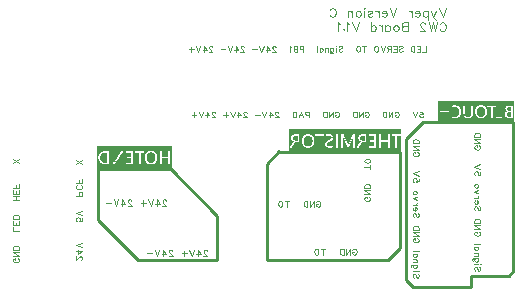
<source format=gbo>
G04 Layer: BottomSilkscreenLayer*
G04 EasyEDA Pro v1.9.30.011b94, 2023-06-19 18:55:00*
G04 Gerber Generator version 0.3*
G04 Scale: 100 percent, Rotated: No, Reflected: No*
G04 Dimensions in millimeters*
G04 Leading zeros omitted, absolute positions, 3 integers and 3 decimals*
%FSLAX33Y33*%
%MOMM*%
%ADD10C,0.09*%
%ADD11C,0.1*%
%ADD12C,0.254*%
G75*


G04 Text Start*
G04 //text: LED SERVO T0  Signal  PB1  24V- 24V- 24V+*
G54D10*
G01X117266Y75653D02*
G01X117266Y75188D01*
G01X117266Y75188D02*
G01X116999Y75188D01*
G01X116804Y75653D02*
G01X116804Y75188D01*
G01X116804Y75653D02*
G01X116517Y75653D01*
G01X116804Y75432D02*
G01X116626Y75432D01*
G01X116804Y75188D02*
G01X116517Y75188D01*
G01X116319Y75653D02*
G01X116319Y75188D01*
G01X116319Y75653D02*
G01X116164Y75653D01*
G01X116098Y75633D01*
G01X116052Y75587D01*
G01X116032Y75544D01*
G01X116009Y75475D01*
G01Y75366D01*
G01X116032Y75300D01*
G01X116052Y75254D01*
G01X116098Y75211D01*
G01X116164Y75188D01*
G01X116319D01*
G01X115005Y75587D02*
G01X115049Y75633D01*
G01X115115Y75653D01*
G01X115204D01*
G01X115270Y75633D01*
G01X115315Y75587D01*
G01Y75544D01*
G01X115292Y75498D01*
G01X115270Y75475D01*
G01X115226Y75455D01*
G01X115094Y75409D01*
G01X115049Y75386D01*
G01X115026Y75366D01*
G01X115005Y75320D01*
G01Y75254D01*
G01X115049Y75211D01*
G01X115115Y75188D01*
G01X115204D01*
G01X115270Y75211D01*
G01X115315Y75254D01*
G01X114807Y75653D02*
G01X114807Y75188D01*
G01X114807Y75653D02*
G01X114520Y75653D01*
G01X114807Y75432D02*
G01X114630Y75432D01*
G01X114807Y75188D02*
G01X114520Y75188D01*
G01X114322Y75653D02*
G01X114322Y75188D01*
G01X114322Y75653D02*
G01X114124Y75653D01*
G01X114055Y75633D01*
G01X114035Y75610D01*
G01X114012Y75564D01*
G01Y75521D01*
G01X114035Y75475D01*
G01X114055Y75455D01*
G01X114124Y75432D01*
G01X114322D01*
G01X114167Y75432D02*
G01X114012Y75188D01*
G01X113817Y75653D02*
G01X113639Y75188D01*
G01X113461Y75653D02*
G01X113639Y75188D01*
G01X113131Y75653D02*
G01X113177Y75633D01*
G01X113220Y75587D01*
G01X113243Y75544D01*
G01X113263Y75475D01*
G01Y75366D01*
G01X113243Y75300D01*
G01X113220Y75254D01*
G01X113177Y75211D01*
G01X113131Y75188D01*
G01X113042D01*
G01X112999Y75211D01*
G01X112953Y75254D01*
G01X112930Y75300D01*
G01X112910Y75366D01*
G01Y75475D01*
G01X112930Y75544D01*
G01X112953Y75587D01*
G01X112999Y75633D01*
G01X113042Y75653D01*
G01X113131D01*
G01X112062Y75653D02*
G01X112062Y75188D01*
G01X112217Y75653D02*
G01X111904Y75653D01*
G01X111576Y75653D02*
G01X111642Y75633D01*
G01X111686Y75564D01*
G01X111709Y75455D01*
G01Y75386D01*
G01X111686Y75277D01*
G01X111642Y75211D01*
G01X111576Y75188D01*
G01X111531D01*
G01X111465Y75211D01*
G01X111419Y75277D01*
G01X111399Y75386D01*
G01Y75455D01*
G01X111419Y75564D01*
G01X111465Y75633D01*
G01X111531Y75653D01*
G01X111576D01*
G01X109897Y75587D02*
G01X109941Y75633D01*
G01X110007Y75653D01*
G01X110096D01*
G01X110164Y75633D01*
G01X110207Y75587D01*
G01Y75544D01*
G01X110185Y75498D01*
G01X110164Y75475D01*
G01X110118Y75455D01*
G01X109986Y75409D01*
G01X109941Y75386D01*
G01X109918Y75366D01*
G01X109897Y75320D01*
G01Y75254D01*
G01X109941Y75211D01*
G01X110007Y75188D01*
G01X110096D01*
G01X110164Y75211D01*
G01X110207Y75254D01*
G01X109699Y75653D02*
G01X109679Y75633D01*
G01X109656Y75653D01*
G01X109679Y75676D01*
G01X109699Y75653D01*
G01X109679Y75498D02*
G01X109679Y75188D01*
G01X109194Y75498D02*
G01X109194Y75142D01*
G01X109214Y75076D01*
G01X109237Y75054D01*
G01X109283Y75033D01*
G01X109349D01*
G01X109392Y75054D01*
G01X109194Y75432D02*
G01X109237Y75475D01*
G01X109283Y75498D01*
G01X109349D01*
G01X109392Y75475D01*
G01X109438Y75432D01*
G01X109461Y75366D01*
G01Y75320D01*
G01X109438Y75254D01*
G01X109392Y75211D01*
G01X109349Y75188D01*
G01X109283D01*
G01X109237Y75211D01*
G01X109194Y75254D01*
G01X108996Y75498D02*
G01X108996Y75188D01*
G01X108996Y75409D02*
G01X108930Y75475D01*
G01X108887Y75498D01*
G01X108818D01*
G01X108775Y75475D01*
G01X108752Y75409D01*
G01Y75188D01*
G01X108290Y75498D02*
G01X108290Y75188D01*
G01X108290Y75432D02*
G01X108335Y75475D01*
G01X108379Y75498D01*
G01X108445D01*
G01X108490Y75475D01*
G01X108534Y75432D01*
G01X108556Y75366D01*
G01Y75320D01*
G01X108534Y75254D01*
G01X108490Y75211D01*
G01X108445Y75188D01*
G01X108379D01*
G01X108335Y75211D01*
G01X108290Y75254D01*
G01X108094Y75653D02*
G01X108094Y75188D01*
G01X106903Y75653D02*
G01X106903Y75188D01*
G01X106903Y75653D02*
G01X106702Y75653D01*
G01X106636Y75633D01*
G01X106613Y75610D01*
G01X106593Y75564D01*
G01Y75498D01*
G01X106613Y75455D01*
G01X106636Y75432D01*
G01X106702Y75409D01*
G01X106903D01*
G01X106395Y75653D02*
G01X106395Y75188D01*
G01X106395Y75653D02*
G01X106197Y75653D01*
G01X106131Y75633D01*
G01X106108Y75610D01*
G01X106085Y75564D01*
G01Y75521D01*
G01X106108Y75475D01*
G01X106131Y75455D01*
G01X106197Y75432D01*
G01X106395Y75432D02*
G01X106197Y75432D01*
G01X106131Y75409D01*
G01X106108Y75386D01*
G01X106085Y75343D01*
G01Y75277D01*
G01X106108Y75231D01*
G01X106131Y75211D01*
G01X106197Y75188D01*
G01X106395D01*
G01X105889Y75564D02*
G01X105844Y75587D01*
G01X105778Y75653D01*
G01Y75188D01*
G01X104566Y75544D02*
G01X104566Y75564D01*
G01X104543Y75610D01*
G01X104520Y75633D01*
G01X104477Y75653D01*
G01X104388D01*
G01X104343Y75633D01*
G01X104322Y75610D01*
G01X104299Y75564D01*
G01Y75521D01*
G01X104322Y75475D01*
G01X104365Y75409D01*
G01X104586Y75188D01*
G01X104276D01*
G01X103857Y75653D02*
G01X104081Y75343D01*
G01X103748D01*
G01X103857Y75653D02*
G01X103857Y75188D01*
G01X103550Y75653D02*
G01X103372Y75188D01*
G01X103197Y75653D02*
G01X103372Y75188D01*
G01X102999Y75386D02*
G01X102600Y75386D01*
G01X101884Y75544D02*
G01X101884Y75564D01*
G01X101861Y75610D01*
G01X101841Y75633D01*
G01X101795Y75653D01*
G01X101706D01*
G01X101663Y75633D01*
G01X101640Y75610D01*
G01X101617Y75564D01*
G01Y75521D01*
G01X101640Y75475D01*
G01X101686Y75409D01*
G01X101907Y75188D01*
G01X101597D01*
G01X101178Y75653D02*
G01X101399Y75343D01*
G01X101066D01*
G01X101178Y75653D02*
G01X101178Y75188D01*
G01X100870Y75653D02*
G01X100693Y75188D01*
G01X100515Y75653D02*
G01X100693Y75188D01*
G01X100319Y75386D02*
G01X99920Y75386D01*
G01X99204Y75544D02*
G01X99204Y75564D01*
G01X99181Y75610D01*
G01X99158Y75633D01*
G01X99115Y75653D01*
G01X99026D01*
G01X98981Y75633D01*
G01X98960Y75610D01*
G01X98937Y75564D01*
G01Y75521D01*
G01X98960Y75475D01*
G01X99003Y75409D01*
G01X99224Y75188D01*
G01X98915D01*
G01X98495Y75653D02*
G01X98719Y75343D01*
G01X98386D01*
G01X98495Y75653D02*
G01X98495Y75188D01*
G01X98188Y75653D02*
G01X98013Y75188D01*
G01X97835Y75653D02*
G01X98013Y75188D01*
G01X97439Y75587D02*
G01X97439Y75188D01*
G01X97637Y75386D02*
G01X97238Y75386D01*
G04 //text: 5V  GND  GND  GND  PA0  24V- 24V+ 24V+*
G01X116778Y70099D02*
G01X117002Y70099D01*
G01X117025Y69900D01*
G01X117002Y69921D01*
G01X116936Y69944D01*
G01X116867D01*
G01X116801Y69921D01*
G01X116758Y69878D01*
G01X116735Y69812D01*
G01Y69766D01*
G01X116758Y69700D01*
G01X116801Y69657D01*
G01X116867Y69634D01*
G01X116936D01*
G01X117002Y69657D01*
G01X117025Y69677D01*
G01X117045Y69723D01*
G01X116540Y70099D02*
G01X116362Y69634D01*
G01X116184Y70099D02*
G01X116362Y69634D01*
G01X114660Y69989D02*
G01X114683Y70033D01*
G01X114726Y70078D01*
G01X114772Y70099D01*
G01X114861D01*
G01X114904Y70078D01*
G01X114950Y70033D01*
G01X114970Y69989D01*
G01X114993Y69921D01*
G01Y69812D01*
G01X114970Y69746D01*
G01X114950Y69700D01*
G01X114904Y69657D01*
G01X114861Y69634D01*
G01X114772D01*
G01X114726Y69657D01*
G01X114683Y69700D01*
G01X114660Y69746D01*
G01Y69812D01*
G01X114772Y69812D02*
G01X114660Y69812D01*
G01X114464Y70099D02*
G01X114464Y69634D01*
G01X114464Y70099D02*
G01X114152Y69634D01*
G01X114152Y70099D02*
G01X114152Y69634D01*
G01X113956Y70099D02*
G01X113956Y69634D01*
G01X113956Y70099D02*
G01X113801Y70099D01*
G01X113735Y70078D01*
G01X113690Y70033D01*
G01X113669Y69989D01*
G01X113647Y69921D01*
G01Y69812D01*
G01X113669Y69746D01*
G01X113690Y69700D01*
G01X113735Y69657D01*
G01X113801Y69634D01*
G01X113956D01*
G01X112123Y69989D02*
G01X112145Y70033D01*
G01X112189Y70078D01*
G01X112234Y70099D01*
G01X112323D01*
G01X112366Y70078D01*
G01X112412Y70033D01*
G01X112432Y69989D01*
G01X112455Y69921D01*
G01Y69812D01*
G01X112432Y69746D01*
G01X112412Y69700D01*
G01X112366Y69657D01*
G01X112323Y69634D01*
G01X112234D01*
G01X112189Y69657D01*
G01X112145Y69700D01*
G01X112123Y69746D01*
G01Y69812D01*
G01X112234Y69812D02*
G01X112123Y69812D01*
G01X111927Y70099D02*
G01X111927Y69634D01*
G01X111927Y70099D02*
G01X111615Y69634D01*
G01X111615Y70099D02*
G01X111615Y69634D01*
G01X111419Y70099D02*
G01X111419Y69634D01*
G01X111419Y70099D02*
G01X111264Y70099D01*
G01X111198Y70078D01*
G01X111152Y70033D01*
G01X111132Y69989D01*
G01X111109Y69921D01*
G01Y69812D01*
G01X111132Y69746D01*
G01X111152Y69700D01*
G01X111198Y69657D01*
G01X111264Y69634D01*
G01X111419D01*
G01X109585Y69989D02*
G01X109608Y70033D01*
G01X109651Y70078D01*
G01X109697Y70099D01*
G01X109786D01*
G01X109829Y70078D01*
G01X109875Y70033D01*
G01X109895Y69989D01*
G01X109918Y69921D01*
G01Y69812D01*
G01X109895Y69746D01*
G01X109875Y69700D01*
G01X109829Y69657D01*
G01X109786Y69634D01*
G01X109697D01*
G01X109651Y69657D01*
G01X109608Y69700D01*
G01X109585Y69746D01*
G01Y69812D01*
G01X109697Y69812D02*
G01X109585Y69812D01*
G01X109390Y70099D02*
G01X109390Y69634D01*
G01X109390Y70099D02*
G01X109077Y69634D01*
G01X109077Y70099D02*
G01X109077Y69634D01*
G01X108882Y70099D02*
G01X108882Y69634D01*
G01X108882Y70099D02*
G01X108727Y70099D01*
G01X108661Y70078D01*
G01X108615Y70033D01*
G01X108592Y69989D01*
G01X108572Y69921D01*
G01Y69812D01*
G01X108592Y69746D01*
G01X108615Y69700D01*
G01X108661Y69657D01*
G01X108727Y69634D01*
G01X108882D01*
G01X107380Y70099D02*
G01X107380Y69634D01*
G01X107380Y70099D02*
G01X107180Y70099D01*
G01X107114Y70078D01*
G01X107091Y70055D01*
G01X107070Y70010D01*
G01Y69944D01*
G01X107091Y69900D01*
G01X107114Y69878D01*
G01X107180Y69855D01*
G01X107380D01*
G01X106697Y70099D02*
G01X106872Y69634D01*
G01X106697Y70099D02*
G01X106519Y69634D01*
G01X106806Y69789D02*
G01X106585Y69789D01*
G01X106189Y70099D02*
G01X106255Y70078D01*
G01X106301Y70010D01*
G01X106321Y69900D01*
G01Y69832D01*
G01X106301Y69723D01*
G01X106255Y69657D01*
G01X106189Y69634D01*
G01X106143D01*
G01X106077Y69657D01*
G01X106034Y69723D01*
G01X106011Y69832D01*
G01Y69900D01*
G01X106034Y70010D01*
G01X106077Y70078D01*
G01X106143Y70099D01*
G01X106189D01*
G01X104800Y69989D02*
G01X104800Y70010D01*
G01X104777Y70055D01*
G01X104754Y70078D01*
G01X104711Y70099D01*
G01X104622D01*
G01X104576Y70078D01*
G01X104553Y70055D01*
G01X104533Y70010D01*
G01Y69967D01*
G01X104553Y69921D01*
G01X104599Y69855D01*
G01X104820Y69634D01*
G01X104510D01*
G01X104091Y70099D02*
G01X104315Y69789D01*
G01X103982D01*
G01X104091Y70099D02*
G01X104091Y69634D01*
G01X103784Y70099D02*
G01X103606Y69634D01*
G01X103428Y70099D02*
G01X103606Y69634D01*
G01X103233Y69832D02*
G01X102834Y69832D01*
G01X102117Y69989D02*
G01X102117Y70010D01*
G01X102095Y70055D01*
G01X102074Y70078D01*
G01X102029Y70099D01*
G01X101940D01*
G01X101897Y70078D01*
G01X101874Y70055D01*
G01X101851Y70010D01*
G01Y69967D01*
G01X101874Y69921D01*
G01X101917Y69855D01*
G01X102140Y69634D01*
G01X101830D01*
G01X101411Y70099D02*
G01X101632Y69789D01*
G01X101300D01*
G01X101411Y70099D02*
G01X101411Y69634D01*
G01X101104Y70099D02*
G01X100926Y69634D01*
G01X100748Y70099D02*
G01X100926Y69634D01*
G01X100352Y70033D02*
G01X100352Y69634D01*
G01X100553Y69832D02*
G01X100152Y69832D01*
G01X99438Y69989D02*
G01X99438Y70010D01*
G01X99415Y70055D01*
G01X99392Y70078D01*
G01X99349Y70099D01*
G01X99260D01*
G01X99214Y70078D01*
G01X99194Y70055D01*
G01X99171Y70010D01*
G01Y69967D01*
G01X99194Y69921D01*
G01X99237Y69855D01*
G01X99458Y69634D01*
G01X99148D01*
G01X98729Y70099D02*
G01X98953Y69789D01*
G01X98620D01*
G01X98729Y70099D02*
G01X98729Y69634D01*
G01X98422Y70099D02*
G01X98244Y69634D01*
G01X98069Y70099D02*
G01X98244Y69634D01*
G01X97672Y70033D02*
G01X97672Y69634D01*
G01X97871Y69832D02*
G01X97472Y69832D01*
G04 //text: Signal GND Servo 5V  GND*
G01X116615Y56390D02*
G01X116663Y56341D01*
G01X116688Y56270D01*
G01Y56174D01*
G01X116663Y56103D01*
G01X116615Y56057D01*
G01X116569D01*
G01X116521Y56080D01*
G01X116498Y56103D01*
G01X116473Y56151D01*
G01X116427Y56293D01*
G01X116401Y56341D01*
G01X116379Y56364D01*
G01X116330Y56390D01*
G01X116259D01*
G01X116213Y56341D01*
G01X116188Y56270D01*
G01Y56174D01*
G01X116213Y56103D01*
G01X116259Y56057D01*
G01X116688Y56593D02*
G01X116663Y56616D01*
G01X116688Y56641D01*
G01X116711Y56616D01*
G01X116688Y56593D01*
G01X116521Y56616D02*
G01X116188Y56616D01*
G01X116521Y57129D02*
G01X116140Y57129D01*
G01X116069Y57106D01*
G01X116046Y57081D01*
G01X116023Y57035D01*
G01Y56964D01*
G01X116046Y56915D01*
G01X116450Y57129D02*
G01X116498Y57081D01*
G01X116521Y57035D01*
G01Y56964D01*
G01X116498Y56915D01*
G01X116450Y56867D01*
G01X116379Y56844D01*
G01X116330D01*
G01X116259Y56867D01*
G01X116213Y56915D01*
G01X116188Y56964D01*
G01Y57035D01*
G01X116213Y57081D01*
G01X116259Y57129D01*
G01X116521Y57332D02*
G01X116188Y57332D01*
G01X116427Y57332D02*
G01X116498Y57406D01*
G01X116521Y57451D01*
G01Y57523D01*
G01X116498Y57571D01*
G01X116427Y57594D01*
G01X116188D01*
G01X116521Y58084D02*
G01X116188Y58084D01*
G01X116450Y58084D02*
G01X116498Y58036D01*
G01X116521Y57987D01*
G01Y57916D01*
G01X116498Y57871D01*
G01X116450Y57822D01*
G01X116379Y57799D01*
G01X116330D01*
G01X116259Y57822D01*
G01X116213Y57871D01*
G01X116188Y57916D01*
G01Y57987D01*
G01X116213Y58036D01*
G01X116259Y58084D01*
G01X116688Y58287D02*
G01X116188Y58287D01*
G01X116569Y59379D02*
G01X116615Y59356D01*
G01X116663Y59308D01*
G01X116688Y59260D01*
G01Y59166D01*
G01X116663Y59118D01*
G01X116615Y59072D01*
G01X116569Y59047D01*
G01X116498Y59024D01*
G01X116379D01*
G01X116307Y59047D01*
G01X116259Y59072D01*
G01X116213Y59118D01*
G01X116188Y59166D01*
G01Y59260D01*
G01X116213Y59308D01*
G01X116259Y59356D01*
G01X116307Y59379D01*
G01X116379D01*
G01X116379Y59260D02*
G01X116379Y59379D01*
G01X116688Y59582D02*
G01X116188Y59582D01*
G01X116688Y59582D02*
G01X116188Y59915D01*
G01X116688Y59915D02*
G01X116188Y59915D01*
G01X116688Y60121D02*
G01X116188Y60121D01*
G01X116688Y60121D02*
G01X116688Y60286D01*
G01X116663Y60357D01*
G01X116615Y60405D01*
G01X116569Y60428D01*
G01X116498Y60454D01*
G01X116379D01*
G01X116307Y60428D01*
G01X116259Y60405D01*
G01X116213Y60357D01*
G01X116188Y60286D01*
G01Y60121D01*
G01X116615Y61521D02*
G01X116663Y61475D01*
G01X116688Y61404D01*
G01Y61307D01*
G01X116663Y61236D01*
G01X116615Y61188D01*
G01X116569D01*
G01X116521Y61213D01*
G01X116498Y61236D01*
G01X116473Y61284D01*
G01X116427Y61427D01*
G01X116401Y61475D01*
G01X116379Y61498D01*
G01X116330Y61521D01*
G01X116259D01*
G01X116213Y61475D01*
G01X116188Y61404D01*
G01Y61307D01*
G01X116213Y61236D01*
G01X116259Y61188D01*
G01X116379Y61726D02*
G01X116379Y62011D01*
G01X116427D01*
G01X116473Y61985D01*
G01X116498Y61962D01*
G01X116521Y61914D01*
G01Y61843D01*
G01X116498Y61797D01*
G01X116450Y61749D01*
G01X116379Y61726D01*
G01X116330D01*
G01X116259Y61749D01*
G01X116213Y61797D01*
G01X116188Y61843D01*
G01Y61914D01*
G01X116213Y61962D01*
G01X116259Y62011D01*
G01X116521Y62214D02*
G01X116188Y62214D01*
G01X116379Y62214D02*
G01X116450Y62237D01*
G01X116498Y62285D01*
G01X116521Y62333D01*
G01Y62404D01*
G01X116521Y62608D02*
G01X116188Y62750D01*
G01X116521Y62892D02*
G01X116188Y62750D01*
G01X116521Y63217D02*
G01X116498Y63169D01*
G01X116450Y63121D01*
G01X116379Y63098D01*
G01X116330D01*
G01X116259Y63121D01*
G01X116213Y63169D01*
G01X116188Y63217D01*
G01Y63288D01*
G01X116213Y63334D01*
G01X116259Y63382D01*
G01X116330Y63405D01*
G01X116379D01*
G01X116450Y63382D01*
G01X116498Y63334D01*
G01X116521Y63288D01*
G01Y63217D01*
G01X116688Y64426D02*
G01X116688Y64190D01*
G01X116473Y64165D01*
G01X116498Y64190D01*
G01X116521Y64261D01*
G01Y64332D01*
G01X116498Y64403D01*
G01X116450Y64452D01*
G01X116379Y64475D01*
G01X116330D01*
G01X116259Y64452D01*
G01X116213Y64403D01*
G01X116188Y64332D01*
G01Y64261D01*
G01X116213Y64190D01*
G01X116236Y64165D01*
G01X116285Y64142D01*
G01X116688Y64678D02*
G01X116188Y64868D01*
G01X116688Y65059D02*
G01X116188Y64868D01*
G01X116569Y66682D02*
G01X116615Y66659D01*
G01X116663Y66611D01*
G01X116688Y66565D01*
G01Y66468D01*
G01X116663Y66423D01*
G01X116615Y66374D01*
G01X116569Y66349D01*
G01X116498Y66326D01*
G01X116379D01*
G01X116307Y66349D01*
G01X116259Y66374D01*
G01X116213Y66423D01*
G01X116188Y66468D01*
G01Y66565D01*
G01X116213Y66611D01*
G01X116259Y66659D01*
G01X116307Y66682D01*
G01X116379D01*
G01X116379Y66565D02*
G01X116379Y66682D01*
G01X116688Y66888D02*
G01X116188Y66888D01*
G01X116688Y66888D02*
G01X116188Y67220D01*
G01X116688Y67220D02*
G01X116188Y67220D01*
G01X116688Y67423D02*
G01X116188Y67423D01*
G01X116688Y67423D02*
G01X116688Y67589D01*
G01X116663Y67660D01*
G01X116615Y67708D01*
G01X116569Y67731D01*
G01X116498Y67756D01*
G01X116379D01*
G01X116307Y67731D01*
G01X116259Y67708D01*
G01X116213Y67660D01*
G01X116188Y67589D01*
G01Y67423D01*
G04 //text: 24V   5V  PCF  X*
G01X88056Y57557D02*
G01X88079Y57557D01*
G01X88127Y57580D01*
G01X88150Y57605D01*
G01X88175Y57651D01*
G01Y57748D01*
G01X88150Y57796D01*
G01X88127Y57819D01*
G01X88079Y57842D01*
G01X88031D01*
G01X87985Y57819D01*
G01X87914Y57771D01*
G01X87675Y57534D01*
G01Y57867D01*
G01X88175Y58306D02*
G01X87843Y58070D01*
G01Y58426D01*
G01X88175Y58306D02*
G01X87675Y58306D01*
G01X88175Y58632D02*
G01X87675Y58820D01*
G01X88175Y59010D02*
G01X87675Y58820D01*
G01X88175Y61095D02*
G01X88175Y60857D01*
G01X87960Y60834D01*
G01X87985Y60857D01*
G01X88008Y60930D01*
G01Y61001D01*
G01X87985Y61073D01*
G01X87937Y61118D01*
G01X87866Y61144D01*
G01X87817D01*
G01X87746Y61118D01*
G01X87700Y61073D01*
G01X87675Y61001D01*
G01Y60930D01*
G01X87700Y60857D01*
G01X87723Y60834D01*
G01X87772Y60811D01*
G01X88175Y61347D02*
G01X87675Y61537D01*
G01X88175Y61728D02*
G01X87675Y61537D01*
G01X88175Y62995D02*
G01X87675Y62995D01*
G01X88175Y62995D02*
G01X88175Y63209D01*
G01X88150Y63280D01*
G01X88127Y63303D01*
G01X88079Y63328D01*
G01X88008D01*
G01X87960Y63303D01*
G01X87937Y63280D01*
G01X87914Y63209D01*
G01Y62995D01*
G01X88056Y63887D02*
G01X88102Y63864D01*
G01X88150Y63816D01*
G01X88175Y63770D01*
G01Y63673D01*
G01X88150Y63625D01*
G01X88102Y63579D01*
G01X88056Y63554D01*
G01X87985Y63531D01*
G01X87866D01*
G01X87794Y63554D01*
G01X87746Y63579D01*
G01X87700Y63625D01*
G01X87675Y63673D01*
G01Y63770D01*
G01X87700Y63816D01*
G01X87746Y63864D01*
G01X87794Y63887D01*
G01X88175Y64093D02*
G01X87675Y64093D01*
G01X88175Y64093D02*
G01X88175Y64400D01*
G01X87937Y64093D02*
G01X87937Y64281D01*
G01X88175Y65667D02*
G01X87675Y66000D01*
G01X88175Y66000D02*
G01X87675Y65667D01*
G04 //text: GND  LED  HEF   X*
G01X82725Y57686D02*
G01X82771Y57663D01*
G01X82819Y57615D01*
G01X82844Y57567D01*
G01Y57473D01*
G01X82819Y57424D01*
G01X82771Y57376D01*
G01X82725Y57353D01*
G01X82654Y57330D01*
G01X82534D01*
G01X82463Y57353D01*
G01X82415Y57376D01*
G01X82369Y57424D01*
G01X82344Y57473D01*
G01Y57567D01*
G01X82369Y57615D01*
G01X82415Y57663D01*
G01X82463Y57686D01*
G01X82534D01*
G01X82534Y57567D02*
G01X82534Y57686D01*
G01X82844Y57889D02*
G01X82344Y57889D01*
G01X82844Y57889D02*
G01X82344Y58222D01*
G01X82844Y58222D02*
G01X82344Y58222D01*
G01X82844Y58428D02*
G01X82344Y58428D01*
G01X82844Y58428D02*
G01X82844Y58593D01*
G01X82819Y58664D01*
G01X82771Y58712D01*
G01X82725Y58735D01*
G01X82654Y58758D01*
G01X82534D01*
G01X82463Y58735D01*
G01X82415Y58712D01*
G01X82369Y58664D01*
G01X82344Y58593D01*
G01Y58428D01*
G01X82844Y60028D02*
G01X82344Y60028D01*
G01X82344Y60028D02*
G01X82344Y60312D01*
G01X82844Y60516D02*
G01X82344Y60516D01*
G01X82844Y60516D02*
G01X82844Y60826D01*
G01X82606Y60516D02*
G01X82606Y60706D01*
G01X82344Y60516D02*
G01X82344Y60826D01*
G01X82844Y61029D02*
G01X82344Y61029D01*
G01X82844Y61029D02*
G01X82844Y61194D01*
G01X82819Y61267D01*
G01X82771Y61313D01*
G01X82725Y61339D01*
G01X82654Y61361D01*
G01X82534D01*
G01X82463Y61339D01*
G01X82415Y61313D01*
G01X82369Y61267D01*
G01X82344Y61194D01*
G01Y61029D01*
G01X82844Y62629D02*
G01X82344Y62629D01*
G01X82844Y62962D02*
G01X82344Y62962D01*
G01X82606Y62629D02*
G01X82606Y62962D01*
G01X82844Y63165D02*
G01X82344Y63165D01*
G01X82844Y63165D02*
G01X82844Y63475D01*
G01X82606Y63165D02*
G01X82606Y63355D01*
G01X82344Y63165D02*
G01X82344Y63475D01*
G01X82844Y63678D02*
G01X82344Y63678D01*
G01X82844Y63678D02*
G01X82844Y63988D01*
G01X82606Y63678D02*
G01X82606Y63868D01*
G01X82844Y65786D02*
G01X82344Y66119D01*
G01X82844Y66119D02*
G01X82344Y65786D01*
G04 //text: Vyper Version C*
G04 CW2 Board V1.1*
G54D11*
G01X118986Y78859D02*
G01X118711Y78135D01*
G01X118437Y78859D02*
G01X118711Y78135D01*
G01X118137Y78618D02*
G01X117932Y78135D01*
G01X117726Y78618D02*
G01X117932Y78135D01*
G01X118000Y77998D01*
G01X118069Y77930D01*
G01X118137Y77897D01*
G01X118170D01*
G01X117459Y78618D02*
G01X117459Y77897D01*
G01X117459Y78514D02*
G01X117391Y78582D01*
G01X117322Y78618D01*
G01X117218D01*
G01X117149Y78582D01*
G01X117081Y78514D01*
G01X117048Y78412D01*
G01Y78344D01*
G01X117081Y78239D01*
G01X117149Y78171D01*
G01X117218Y78135D01*
G01X117322D01*
G01X117391Y78171D01*
G01X117459Y78239D01*
G01X116781Y78412D02*
G01X116369Y78412D01*
G01Y78481D01*
G01X116405Y78549D01*
G01X116438Y78582D01*
G01X116507Y78618D01*
G01X116611D01*
G01X116679Y78582D01*
G01X116748Y78514D01*
G01X116781Y78412D01*
G01Y78344D01*
G01X116748Y78239D01*
G01X116679Y78171D01*
G01X116611Y78135D01*
G01X116507D01*
G01X116438Y78171D01*
G01X116369Y78239D01*
G01X116105Y78618D02*
G01X116105Y78135D01*
G01X116105Y78412D02*
G01X116070Y78514D01*
G01X116001Y78582D01*
G01X115933Y78618D01*
G01X115828D01*
G01X114795Y78859D02*
G01X114520Y78135D01*
G01X114243Y78859D02*
G01X114520Y78135D01*
G01X113979Y78412D02*
G01X113568Y78412D01*
G01Y78481D01*
G01X113601Y78549D01*
G01X113636Y78582D01*
G01X113705Y78618D01*
G01X113807D01*
G01X113878Y78582D01*
G01X113946Y78514D01*
G01X113979Y78412D01*
G01Y78344D01*
G01X113946Y78239D01*
G01X113878Y78171D01*
G01X113807Y78135D01*
G01X113705D01*
G01X113636Y78171D01*
G01X113568Y78239D01*
G01X113301Y78618D02*
G01X113301Y78135D01*
G01X113301Y78412D02*
G01X113268Y78514D01*
G01X113200Y78582D01*
G01X113131Y78618D01*
G01X113027D01*
G01X112384Y78514D02*
G01X112417Y78582D01*
G01X112521Y78618D01*
G01X112626D01*
G01X112727Y78582D01*
G01X112763Y78514D01*
G01X112727Y78445D01*
G01X112659Y78412D01*
G01X112488Y78377D01*
G01X112417Y78344D01*
G01X112384Y78275D01*
G01Y78239D01*
G01X112417Y78171D01*
G01X112521Y78135D01*
G01X112626D01*
G01X112727Y78171D01*
G01X112763Y78239D01*
G01X112120Y78859D02*
G01X112084Y78824D01*
G01X112051Y78859D01*
G01X112084Y78892D01*
G01X112120Y78859D01*
G01X112084Y78618D02*
G01X112084Y78135D01*
G01X111615Y78618D02*
G01X111683Y78582D01*
G01X111752Y78514D01*
G01X111785Y78412D01*
G01Y78344D01*
G01X111752Y78239D01*
G01X111683Y78171D01*
G01X111615Y78135D01*
G01X111510D01*
G01X111442Y78171D01*
G01X111373Y78239D01*
G01X111338Y78344D01*
G01Y78412D01*
G01X111373Y78514D01*
G01X111442Y78582D01*
G01X111510Y78618D01*
G01X111615D01*
G01X111074Y78618D02*
G01X111074Y78135D01*
G01X111074Y78481D02*
G01X110969Y78582D01*
G01X110901Y78618D01*
G01X110799D01*
G01X110731Y78582D01*
G01X110695Y78481D01*
G01Y78135D01*
G01X109146Y78686D02*
G01X109179Y78755D01*
G01X109247Y78824D01*
G01X109316Y78859D01*
G01X109453D01*
G01X109522Y78824D01*
G01X109590Y78755D01*
G01X109626Y78686D01*
G01X109661Y78582D01*
G01Y78412D01*
G01X109626Y78308D01*
G01X109590Y78239D01*
G01X109522Y78171D01*
G01X109453Y78135D01*
G01X109316D01*
G01X109247Y78171D01*
G01X109179Y78239D01*
G01X109146Y78308D01*
G01X118470Y77488D02*
G01X118506Y77556D01*
G01X118574Y77625D01*
G01X118643Y77658D01*
G01X118780D01*
G01X118849Y77625D01*
G01X118917Y77556D01*
G01X118953Y77488D01*
G01X118986Y77383D01*
G01Y77211D01*
G01X118953Y77109D01*
G01X118917Y77041D01*
G01X118849Y76972D01*
G01X118780Y76936D01*
G01X118643D01*
G01X118574Y76972D01*
G01X118506Y77041D01*
G01X118470Y77109D01*
G01X118206Y77658D02*
G01X118033Y76936D01*
G01X117863Y77658D02*
G01X118033Y76936D01*
G01X117863Y77658D02*
G01X117690Y76936D01*
G01X117518Y77658D02*
G01X117690Y76936D01*
G01X117218Y77488D02*
G01X117218Y77521D01*
G01X117185Y77589D01*
G01X117149Y77625D01*
G01X117081Y77658D01*
G01X116944D01*
G01X116875Y77625D01*
G01X116842Y77589D01*
G01X116806Y77521D01*
G01Y77452D01*
G01X116842Y77383D01*
G01X116910Y77279D01*
G01X117253Y76936D01*
G01X116773D01*
G01X115737Y77658D02*
G01X115737Y76936D01*
G01X115737Y77658D02*
G01X115427Y77658D01*
G01X115326Y77625D01*
G01X115290Y77589D01*
G01X115257Y77521D01*
G01Y77452D01*
G01X115290Y77383D01*
G01X115326Y77348D01*
G01X115427Y77315D01*
G01X115737Y77315D02*
G01X115427Y77315D01*
G01X115326Y77279D01*
G01X115290Y77246D01*
G01X115257Y77178D01*
G01Y77074D01*
G01X115290Y77005D01*
G01X115326Y76972D01*
G01X115427Y76936D01*
G01X115737D01*
G01X114820Y77416D02*
G01X114889Y77383D01*
G01X114957Y77315D01*
G01X114990Y77211D01*
G01Y77142D01*
G01X114957Y77041D01*
G01X114889Y76972D01*
G01X114820Y76936D01*
G01X114716D01*
G01X114647Y76972D01*
G01X114579Y77041D01*
G01X114543Y77142D01*
G01Y77211D01*
G01X114579Y77315D01*
G01X114647Y77383D01*
G01X114716Y77416D01*
G01X114820D01*
G01X113868Y77416D02*
G01X113868Y76936D01*
G01X113868Y77315D02*
G01X113936Y77383D01*
G01X114005Y77416D01*
G01X114106D01*
G01X114175Y77383D01*
G01X114243Y77315D01*
G01X114279Y77211D01*
G01Y77142D01*
G01X114243Y77041D01*
G01X114175Y76972D01*
G01X114106Y76936D01*
G01X114005D01*
G01X113936Y76972D01*
G01X113868Y77041D01*
G01X113601Y77416D02*
G01X113601Y76936D01*
G01X113601Y77211D02*
G01X113568Y77315D01*
G01X113499Y77383D01*
G01X113431Y77416D01*
G01X113327D01*
G01X112648Y77658D02*
G01X112648Y76936D01*
G01X112648Y77315D02*
G01X112717Y77383D01*
G01X112786Y77416D01*
G01X112890D01*
G01X112958Y77383D01*
G01X113027Y77315D01*
G01X113062Y77211D01*
G01Y77142D01*
G01X113027Y77041D01*
G01X112958Y76972D01*
G01X112890Y76936D01*
G01X112786D01*
G01X112717Y76972D01*
G01X112648Y77041D01*
G01X111615Y77658D02*
G01X111338Y76936D01*
G01X111063Y77658D02*
G01X111338Y76936D01*
G01X110799Y77521D02*
G01X110731Y77556D01*
G01X110627Y77658D01*
G01Y76936D01*
G01X110327Y77109D02*
G01X110362Y77074D01*
G01X110327Y77041D01*
G01X110294Y77074D01*
G01X110327Y77109D01*
G01X110027Y77521D02*
G01X109959Y77556D01*
G01X109857Y77658D01*
G01Y76936D01*
G04 //text: 24V+ 24V-*
G54D10*
G01X98767Y58279D02*
G01X98767Y58304D01*
G01X98742Y58352D01*
G01X98716Y58378D01*
G01X98668Y58401D01*
G01X98569D01*
G01X98521Y58378D01*
G01X98495Y58352D01*
G01X98472Y58304D01*
G01Y58253D01*
G01X98495Y58205D01*
G01X98546Y58132D01*
G01X98790Y57885D01*
G01X98447D01*
G01X97995Y58401D02*
G01X98239Y58058D01*
G01X97870D01*
G01X97995Y58401D02*
G01X97995Y57885D01*
G01X97662Y58401D02*
G01X97466Y57885D01*
G01X97271Y58401D02*
G01X97466Y57885D01*
G01X96842Y58327D02*
G01X96842Y57885D01*
G01X97063Y58106D02*
G01X96621Y58106D01*
G01X95838Y58279D02*
G01X95838Y58304D01*
G01X95813Y58352D01*
G01X95790Y58378D01*
G01X95739Y58401D01*
G01X95643D01*
G01X95594Y58378D01*
G01X95569Y58352D01*
G01X95544Y58304D01*
G01Y58253D01*
G01X95569Y58205D01*
G01X95617Y58132D01*
G01X95864Y57885D01*
G01X95521D01*
G01X95066Y58401D02*
G01X95313Y58058D01*
G01X94944D01*
G01X95066Y58401D02*
G01X95066Y57885D01*
G01X94736Y58401D02*
G01X94540Y57885D01*
G01X94342Y58401D02*
G01X94540Y57885D01*
G01X94136Y58106D02*
G01X93695Y58106D01*
G04 //text: GND  T0*
G01X112474Y62896D02*
G01X112519Y62873D01*
G01X112568Y62825D01*
G01X112593Y62777D01*
G01Y62683D01*
G01X112568Y62634D01*
G01X112519Y62586D01*
G01X112474Y62563D01*
G01X112403Y62540D01*
G01X112283D01*
G01X112212Y62563D01*
G01X112164Y62586D01*
G01X112118Y62634D01*
G01X112093Y62683D01*
G01Y62777D01*
G01X112118Y62825D01*
G01X112164Y62873D01*
G01X112212Y62896D01*
G01X112283D01*
G01X112283Y62777D02*
G01X112283Y62896D01*
G01X112593Y63099D02*
G01X112093Y63099D01*
G01X112593Y63099D02*
G01X112093Y63432D01*
G01X112593Y63432D02*
G01X112093Y63432D01*
G01X112593Y63638D02*
G01X112093Y63638D01*
G01X112593Y63638D02*
G01X112593Y63803D01*
G01X112568Y63874D01*
G01X112519Y63922D01*
G01X112474Y63945D01*
G01X112403Y63968D01*
G01X112283D01*
G01X112212Y63945D01*
G01X112164Y63922D01*
G01X112118Y63874D01*
G01X112093Y63803D01*
G01Y63638D01*
G01X112593Y65403D02*
G01X112093Y65403D01*
G01X112593Y65238D02*
G01X112593Y65571D01*
G01X112593Y65916D02*
G01X112568Y65845D01*
G01X112497Y65797D01*
G01X112377Y65774D01*
G01X112306D01*
G01X112189Y65797D01*
G01X112118Y65845D01*
G01X112093Y65916D01*
G01Y65964D01*
G01X112118Y66035D01*
G01X112189Y66081D01*
G01X112306Y66107D01*
G01X112377D01*
G01X112497Y66081D01*
G01X112568Y66035D01*
G01X112593Y65964D01*
G01Y65916D01*
G04 //text: Signal GND Servo 5V  GND*
G01X121822Y56960D02*
G01X121871Y56912D01*
G01X121896Y56840D01*
G01Y56744D01*
G01X121871Y56673D01*
G01X121822Y56627D01*
G01X121777D01*
G01X121728Y56650D01*
G01X121705Y56673D01*
G01X121680Y56721D01*
G01X121634Y56863D01*
G01X121609Y56912D01*
G01X121586Y56934D01*
G01X121538Y56960D01*
G01X121467D01*
G01X121421Y56912D01*
G01X121396Y56840D01*
G01Y56744D01*
G01X121421Y56673D01*
G01X121467Y56627D01*
G01X121896Y57163D02*
G01X121871Y57186D01*
G01X121896Y57211D01*
G01X121919Y57186D01*
G01X121896Y57163D01*
G01X121728Y57186D02*
G01X121396Y57186D01*
G01X121728Y57699D02*
G01X121347Y57699D01*
G01X121276Y57676D01*
G01X121253Y57651D01*
G01X121230Y57605D01*
G01Y57534D01*
G01X121253Y57486D01*
G01X121657Y57699D02*
G01X121705Y57651D01*
G01X121728Y57605D01*
G01Y57534D01*
G01X121705Y57486D01*
G01X121657Y57437D01*
G01X121586Y57414D01*
G01X121538D01*
G01X121467Y57437D01*
G01X121421Y57486D01*
G01X121396Y57534D01*
G01Y57605D01*
G01X121421Y57651D01*
G01X121467Y57699D01*
G01X121728Y57902D02*
G01X121396Y57902D01*
G01X121634Y57902D02*
G01X121705Y57976D01*
G01X121728Y58021D01*
G01Y58093D01*
G01X121705Y58141D01*
G01X121634Y58164D01*
G01X121396D01*
G01X121728Y58654D02*
G01X121396Y58654D01*
G01X121657Y58654D02*
G01X121705Y58606D01*
G01X121728Y58557D01*
G01Y58486D01*
G01X121705Y58441D01*
G01X121657Y58392D01*
G01X121586Y58369D01*
G01X121538D01*
G01X121467Y58392D01*
G01X121421Y58441D01*
G01X121396Y58486D01*
G01Y58557D01*
G01X121421Y58606D01*
G01X121467Y58654D01*
G01X121896Y58857D02*
G01X121396Y58857D01*
G01X121777Y59949D02*
G01X121822Y59926D01*
G01X121871Y59878D01*
G01X121896Y59830D01*
G01Y59736D01*
G01X121871Y59688D01*
G01X121822Y59642D01*
G01X121777Y59617D01*
G01X121705Y59594D01*
G01X121586D01*
G01X121515Y59617D01*
G01X121467Y59642D01*
G01X121421Y59688D01*
G01X121396Y59736D01*
G01Y59830D01*
G01X121421Y59878D01*
G01X121467Y59926D01*
G01X121515Y59949D01*
G01X121586D01*
G01X121586Y59830D02*
G01X121586Y59949D01*
G01X121896Y60153D02*
G01X121396Y60153D01*
G01X121896Y60153D02*
G01X121396Y60485D01*
G01X121896Y60485D02*
G01X121396Y60485D01*
G01X121896Y60691D02*
G01X121396Y60691D01*
G01X121896Y60691D02*
G01X121896Y60856D01*
G01X121871Y60927D01*
G01X121822Y60976D01*
G01X121777Y60998D01*
G01X121705Y61024D01*
G01X121586D01*
G01X121515Y60998D01*
G01X121467Y60976D01*
G01X121421Y60927D01*
G01X121396Y60856D01*
G01Y60691D01*
G01X121822Y62091D02*
G01X121871Y62045D01*
G01X121896Y61974D01*
G01Y61877D01*
G01X121871Y61806D01*
G01X121822Y61758D01*
G01X121777D01*
G01X121728Y61783D01*
G01X121705Y61806D01*
G01X121680Y61854D01*
G01X121634Y61997D01*
G01X121609Y62045D01*
G01X121586Y62068D01*
G01X121538Y62091D01*
G01X121467D01*
G01X121421Y62045D01*
G01X121396Y61974D01*
G01Y61877D01*
G01X121421Y61806D01*
G01X121467Y61758D01*
G01X121586Y62296D02*
G01X121586Y62581D01*
G01X121634D01*
G01X121680Y62555D01*
G01X121705Y62533D01*
G01X121728Y62484D01*
G01Y62413D01*
G01X121705Y62367D01*
G01X121657Y62319D01*
G01X121586Y62296D01*
G01X121538D01*
G01X121467Y62319D01*
G01X121421Y62367D01*
G01X121396Y62413D01*
G01Y62484D01*
G01X121421Y62533D01*
G01X121467Y62581D01*
G01X121728Y62784D02*
G01X121396Y62784D01*
G01X121586Y62784D02*
G01X121657Y62807D01*
G01X121705Y62855D01*
G01X121728Y62903D01*
G01Y62974D01*
G01X121728Y63178D02*
G01X121396Y63320D01*
G01X121728Y63462D02*
G01X121396Y63320D01*
G01X121728Y63787D02*
G01X121705Y63739D01*
G01X121657Y63691D01*
G01X121586Y63668D01*
G01X121538D01*
G01X121467Y63691D01*
G01X121421Y63739D01*
G01X121396Y63787D01*
G01Y63858D01*
G01X121421Y63904D01*
G01X121467Y63952D01*
G01X121538Y63975D01*
G01X121586D01*
G01X121657Y63952D01*
G01X121705Y63904D01*
G01X121728Y63858D01*
G01Y63787D01*
G01X121896Y64996D02*
G01X121896Y64760D01*
G01X121680Y64735D01*
G01X121705Y64760D01*
G01X121728Y64831D01*
G01Y64902D01*
G01X121705Y64973D01*
G01X121657Y65022D01*
G01X121586Y65045D01*
G01X121538D01*
G01X121467Y65022D01*
G01X121421Y64973D01*
G01X121396Y64902D01*
G01Y64831D01*
G01X121421Y64760D01*
G01X121444Y64735D01*
G01X121492Y64712D01*
G01X121896Y65248D02*
G01X121396Y65438D01*
G01X121896Y65629D02*
G01X121396Y65438D01*
G01X121777Y67252D02*
G01X121822Y67229D01*
G01X121871Y67181D01*
G01X121896Y67135D01*
G01Y67038D01*
G01X121871Y66993D01*
G01X121822Y66945D01*
G01X121777Y66919D01*
G01X121705Y66896D01*
G01X121586D01*
G01X121515Y66919D01*
G01X121467Y66945D01*
G01X121421Y66993D01*
G01X121396Y67038D01*
G01Y67135D01*
G01X121421Y67181D01*
G01X121467Y67229D01*
G01X121515Y67252D01*
G01X121586D01*
G01X121586Y67135D02*
G01X121586Y67252D01*
G01X121896Y67458D02*
G01X121396Y67458D01*
G01X121896Y67458D02*
G01X121396Y67790D01*
G01X121896Y67790D02*
G01X121396Y67790D01*
G01X121896Y67994D02*
G01X121396Y67994D01*
G01X121896Y67994D02*
G01X121896Y68159D01*
G01X121871Y68230D01*
G01X121822Y68278D01*
G01X121777Y68301D01*
G01X121705Y68326D01*
G01X121586D01*
G01X121515Y68301D01*
G01X121467Y68278D01*
G01X121421Y68230D01*
G01X121396Y68159D01*
G01Y67994D01*
G04 //text: GND  T0*
G01X108009Y62437D02*
G01X108032Y62482D01*
G01X108080Y62530D01*
G01X108129Y62556D01*
G01X108223D01*
G01X108271Y62530D01*
G01X108319Y62482D01*
G01X108342Y62437D01*
G01X108365Y62365D01*
G01Y62246D01*
G01X108342Y62175D01*
G01X108319Y62127D01*
G01X108271Y62081D01*
G01X108223Y62056D01*
G01X108129D01*
G01X108080Y62081D01*
G01X108032Y62127D01*
G01X108009Y62175D01*
G01Y62246D01*
G01X108129Y62246D02*
G01X108009Y62246D01*
G01X107806Y62556D02*
G01X107806Y62056D01*
G01X107806Y62556D02*
G01X107473Y62056D01*
G01X107473Y62556D02*
G01X107473Y62056D01*
G01X107268Y62556D02*
G01X107268Y62056D01*
G01X107268Y62556D02*
G01X107103Y62556D01*
G01X107031Y62530D01*
G01X106983Y62482D01*
G01X106960Y62437D01*
G01X106937Y62365D01*
G01Y62246D01*
G01X106960Y62175D01*
G01X106983Y62127D01*
G01X107031Y62081D01*
G01X107103Y62056D01*
G01X107268D01*
G01X105502Y62556D02*
G01X105502Y62056D01*
G01X105667Y62556D02*
G01X105335Y62556D01*
G01X104989Y62556D02*
G01X105060Y62530D01*
G01X105109Y62459D01*
G01X105132Y62340D01*
G01Y62269D01*
G01X105109Y62152D01*
G01X105060Y62081D01*
G01X104989Y62056D01*
G01X104941D01*
G01X104870Y62081D01*
G01X104824Y62152D01*
G01X104799Y62269D01*
G01Y62340D01*
G01X104824Y62459D01*
G01X104870Y62530D01*
G01X104941Y62556D01*
G01X104989D01*
G04 //text: GND  T0*
G01X111071Y58386D02*
G01X111094Y58432D01*
G01X111142Y58480D01*
G01X111191Y58505D01*
G01X111285D01*
G01X111333Y58480D01*
G01X111381Y58432D01*
G01X111404Y58386D01*
G01X111427Y58315D01*
G01Y58195D01*
G01X111404Y58124D01*
G01X111381Y58076D01*
G01X111333Y58030D01*
G01X111285Y58005D01*
G01X111191D01*
G01X111142Y58030D01*
G01X111094Y58076D01*
G01X111071Y58124D01*
G01Y58195D01*
G01X111191Y58195D02*
G01X111071Y58195D01*
G01X110868Y58505D02*
G01X110868Y58005D01*
G01X110868Y58505D02*
G01X110535Y58005D01*
G01X110535Y58505D02*
G01X110535Y58005D01*
G01X110329Y58505D02*
G01X110329Y58005D01*
G01X110329Y58505D02*
G01X110164Y58505D01*
G01X110093Y58480D01*
G01X110045Y58432D01*
G01X110022Y58386D01*
G01X109999Y58315D01*
G01Y58195D01*
G01X110022Y58124D01*
G01X110045Y58076D01*
G01X110093Y58030D01*
G01X110164Y58005D01*
G01X110329D01*
G01X108564Y58505D02*
G01X108564Y58005D01*
G01X108729Y58505D02*
G01X108397Y58505D01*
G01X108051Y58505D02*
G01X108122Y58480D01*
G01X108170Y58409D01*
G01X108193Y58289D01*
G01Y58218D01*
G01X108170Y58101D01*
G01X108122Y58030D01*
G01X108051Y58005D01*
G01X108003D01*
G01X107932Y58030D01*
G01X107886Y58101D01*
G01X107861Y58218D01*
G01Y58289D01*
G01X107886Y58409D01*
G01X107932Y58480D01*
G01X108003Y58505D01*
G01X108051D01*
G04 //text: 24V+ 24V-*
G01X95289Y62545D02*
G01X95289Y62571D01*
G01X95263Y62619D01*
G01X95238Y62644D01*
G01X95190Y62667D01*
G01X95090D01*
G01X95042Y62644D01*
G01X95017Y62619D01*
G01X94994Y62571D01*
G01Y62520D01*
G01X95017Y62472D01*
G01X95068Y62398D01*
G01X95311Y62152D01*
G01X94969D01*
G01X94516Y62667D02*
G01X94760Y62324D01*
G01X94392D01*
G01X94516Y62667D02*
G01X94516Y62152D01*
G01X94184Y62667D02*
G01X93988Y62152D01*
G01X93793Y62667D02*
G01X93988Y62152D01*
G01X93363Y62594D02*
G01X93363Y62152D01*
G01X93584Y62373D02*
G01X93142Y62373D01*
G01X92360Y62545D02*
G01X92360Y62571D01*
G01X92335Y62619D01*
G01X92312Y62644D01*
G01X92261Y62667D01*
G01X92164D01*
G01X92116Y62644D01*
G01X92091Y62619D01*
G01X92065Y62571D01*
G01Y62520D01*
G01X92091Y62472D01*
G01X92139Y62398D01*
G01X92385Y62152D01*
G01X92042D01*
G01X91588Y62667D02*
G01X91834Y62324D01*
G01X91466D01*
G01X91588Y62667D02*
G01X91588Y62152D01*
G01X91258Y62667D02*
G01X91062Y62152D01*
G01X90864Y62667D02*
G01X91062Y62152D01*
G01X90658Y62373D02*
G01X90216Y62373D01*
G04 //text: HOTEND*
G36*
G01X89489Y67208D02*
G01X89489Y66223D01*
G01X89565D01*
G01X89566Y66278D01*
G01X89567Y66289D01*
G01X89568Y66294D01*
G01X89570Y66303D01*
G01Y66318D01*
G01X89571Y66324D01*
G01X89573Y66331D01*
G01X89575Y66342D01*
G01X89579Y66362D01*
G01X89581Y66371D01*
G01X89596Y66418D01*
G01X89604Y66440D01*
G01X89609Y66451D01*
G01X89613Y66459D01*
G01X89619Y66469D01*
G01X89626Y66485D01*
G01X89628Y66490D01*
G01X89632Y66495D01*
G01X89641Y66508D01*
G01X89653Y66528D01*
G01X89664Y66542D01*
G01X89675Y66556D01*
G01X89680Y66563D01*
G01X89685Y66568D01*
G01X89695Y66576D01*
G01X89702Y66585D01*
G01X89708Y66591D01*
G01X89717Y66598D01*
G01X89724Y66608D01*
G01X89730Y66614D01*
G01X89739Y66620D01*
G01X89747Y66627D01*
G01X89755Y66634D01*
G01X89768Y66643D01*
G01X89774Y66647D01*
G01X89785Y66656D01*
G01X89832Y66685D01*
G01X89840Y66690D01*
G01X89849Y66694D01*
G01X89862Y66700D01*
G01X89870Y66704D01*
G01X89876Y66708D01*
G01X89883Y66711D01*
G01X89896Y66715D01*
G01X89904Y66719D01*
G01X89907Y66721D01*
G01X89911Y66723D01*
G01X89916Y66724D01*
G01X89927Y66727D01*
G01X89937Y66730D01*
G01X89950Y66735D01*
G01X89956Y66737D01*
G01X89980Y66741D01*
G01X89997Y66746D01*
G01X90007Y66748D01*
G01X90029Y66753D01*
G01X90042Y66755D01*
G01X90061Y66757D01*
G01X90101Y66761D01*
G01X90114Y66762D01*
G01X90301Y66764D01*
G01X90480D01*
G01X90762D01*
G01X90911D01*
G01Y66338D01*
G01X90909Y65909D01*
G01X90908Y65905D01*
G01Y65903D01*
G01X90907Y65894D01*
G01X90906Y65879D01*
G01Y65863D01*
G01X90907Y65856D01*
G01X90908Y65853D01*
G01Y65852D01*
G01X90909Y65851D01*
G01X90911D01*
G01X90913Y65853D01*
G01X90915Y65855D01*
G01X90917Y65858D01*
G01X90927Y65876D01*
G01X90938Y65890D01*
G01X90944Y65900D01*
G01X90957Y65923D01*
G01X90966Y65936D01*
G01X90976Y65950D01*
G01X90980Y65956D01*
G01X90986Y65968D01*
G01X90990Y65974D01*
G01X91000Y65988D01*
G01X91030Y66035D01*
G01X91038Y66048D01*
G01X91047Y66062D01*
G01X91051Y66068D01*
G01X91057Y66080D01*
G01X91062Y66087D01*
G01X91072Y66100D01*
G01X91101Y66147D01*
G01X91109Y66160D01*
G01X91119Y66174D01*
G01X91124Y66181D01*
G01X91130Y66192D01*
G01X91134Y66198D01*
G01X91144Y66213D01*
G01X91173Y66259D01*
G01X91181Y66272D01*
G01X91191Y66286D01*
G01X91195Y66293D01*
G01X91201Y66304D01*
G01X91205Y66311D01*
G01X91215Y66325D01*
G01X91244Y66371D01*
G01X91253Y66384D01*
G01X91263Y66398D01*
G01X91267Y66405D01*
G01X91273Y66416D01*
G01X91277Y66423D01*
G01X91287Y66437D01*
G01X91317Y66483D01*
G01X91325Y66497D01*
G01X91334Y66510D01*
G01X91338Y66517D01*
G01X91344Y66528D01*
G01X91349Y66535D01*
G01X91359Y66549D01*
G01X91388Y66596D01*
G01X91396Y66608D01*
G01X91409Y66625D01*
G01X91415Y66636D01*
G01X91428Y66658D01*
G01X91437Y66671D01*
G01X91447Y66685D01*
G01X91451Y66692D01*
G01X91457Y66703D01*
G01X91461Y66710D01*
G01X91471Y66724D01*
G01X91489Y66753D01*
G01X91491Y66756D01*
G01X91494Y66758D01*
G01X91497Y66760D01*
G01X91500Y66761D01*
G01X91503Y66762D01*
G01X91517Y66763D01*
G01X91594Y66764D01*
G01X91682D01*
G01Y65647D01*
G01X91888D01*
G01Y65773D01*
G01X92346D01*
G01Y66149D01*
G01X91946D01*
G01Y66275D01*
G01X92346D01*
G01Y66638D01*
G01X91915D01*
G01Y66764D01*
G01X92494D01*
G01X92664D01*
G01X93453D01*
G01Y66638D01*
G01X93135D01*
G01Y66230D01*
G01X93485D01*
G01X93486Y66277D01*
G01X93487Y66288D01*
G01Y66290D01*
G01X93488Y66295D01*
G01X93490Y66308D01*
G01X93496Y66353D01*
G01X93498Y66365D01*
G01X93500Y66376D01*
G01X93506Y66393D01*
G01X93508Y66403D01*
G01X93511Y66416D01*
G01X93512Y66422D01*
G01X93514Y66427D01*
G01X93520Y66441D01*
G01X93524Y66454D01*
G01X93527Y66463D01*
G01X93533Y66477D01*
G01X93537Y66488D01*
G01X93539Y66492D01*
G01X93541Y66497D01*
G01X93549Y66508D01*
G01X93551Y66513D01*
G01X93554Y66519D01*
G01X93560Y66532D01*
G01X93564Y66540D01*
G01X93577Y66560D01*
G01X93585Y66573D01*
G01X93604Y66599D01*
G01X93609Y66604D01*
G01X93616Y66609D01*
G01X93618Y66612D01*
G01X93620Y66615D01*
G01X93623Y66621D01*
G01X93625Y66624D01*
G01X93627Y66627D01*
G01X93634Y66631D01*
G01X93639Y66637D01*
G01X93647Y66647D01*
G01X93653Y66652D01*
G01X93662Y66658D01*
G01X93672Y66667D01*
G01X93688Y66679D01*
G01X93708Y66694D01*
G01X93711Y66696D01*
G01X93729Y66708D01*
G01X93751Y66721D01*
G01X93760Y66726D01*
G01X93769Y66730D01*
G01X93782Y66735D01*
G01X93790Y66740D01*
G01X93796Y66744D01*
G01X93801Y66746D01*
G01X93807Y66748D01*
G01X93825Y66754D01*
G01X93834Y66757D01*
G01X93844Y66761D01*
G01X93849Y66763D01*
G01X93855Y66765D01*
G01X93873Y66768D01*
G01X93885Y66772D01*
G01X93893Y66773D01*
G01X93906D01*
G01X93921Y66777D01*
G01X93931Y66780D01*
G01X93935D01*
G01X93957Y66781D01*
G01X94014Y66782D01*
G01X94067Y66781D01*
G01X94083Y66780D01*
G01X94091Y66778D01*
G01X94094D01*
G01X94099Y66775D01*
G01X94105Y66774D01*
G01X94114Y66773D01*
G01X94129Y66772D01*
G01X94135Y66771D01*
G01X94160Y66764D01*
G01X94763D01*
G01X94911D01*
G01Y66279D01*
G01X95476D01*
G01Y66764D01*
G01X95624D01*
G01Y65647D01*
G01X95476D01*
G01Y66149D01*
G01X94911D01*
G01Y65647D01*
G01X94763D01*
G01Y66764D01*
G01X94160D01*
G01X94181Y66758D01*
G01X94197Y66755D01*
G01X94205Y66753D01*
G01X94222Y66746D01*
G01X94230Y66743D01*
G01X94239Y66738D01*
G01X94244Y66735D01*
G01X94252Y66731D01*
G01X94264Y66727D01*
G01X94272Y66723D01*
G01X94279Y66719D01*
G01X94296Y66710D01*
G01X94317Y66696D01*
G01X94330Y66687D01*
G01X94349Y66672D01*
G01X94356Y66667D01*
G01X94362Y66661D01*
G01X94369Y66652D01*
G01X94375Y66647D01*
G01X94378Y66645D01*
G01X94385Y66639D01*
G01X94400Y66625D01*
G01X94406Y66617D01*
G01X94411Y66610D01*
G01X94417Y66604D01*
G01X94423Y66600D01*
G01X94426Y66597D01*
G01X94428Y66594D01*
G01X94430Y66588D01*
G01X94432Y66585D01*
G01X94434Y66582D01*
G01X94441Y66574D01*
G01X94447Y66564D01*
G01X94469Y66528D01*
G01X94474Y66520D01*
G01X94478Y66511D01*
G01X94484Y66498D01*
G01X94489Y66490D01*
G01X94492Y66484D01*
G01X94494Y66479D01*
G01X94498Y66468D01*
G01X94503Y66456D01*
G01X94509Y66441D01*
G01X94513Y66432D01*
G01X94517Y66415D01*
G01X94521Y66404D01*
G01X94525Y66383D01*
G01X94530Y66368D01*
G01X94532Y66358D01*
G01X94536Y66335D01*
G01X94539Y66325D01*
G01X94542Y66313D01*
G01X94543Y66307D01*
G01Y66288D01*
G01Y66274D01*
G01X94544Y66267D01*
G01X94545Y66260D01*
G01X94546Y66256D01*
G01X94547Y66246D01*
G01X94548Y66185D01*
G01X94547Y66123D01*
G01X94546Y66113D01*
G01X94544Y66107D01*
G01Y66101D01*
G01X94543Y66078D01*
G01X94541Y66067D01*
G01X94540Y66062D01*
G01X94537Y66055D01*
G01X94535Y66050D01*
G01Y66045D01*
G01X94534Y66034D01*
G01X94533Y66025D01*
G01X94525Y66001D01*
G01X94520Y65984D01*
G01X94516Y65970D01*
G01X94510Y65956D01*
G01X94506Y65948D01*
G01X94502Y65934D01*
G01X94498Y65925D01*
G01X94490Y65907D01*
G01X94483Y65895D01*
G01X94478Y65887D01*
G01X94469Y65871D01*
G01X94463Y65860D01*
G01X94459Y65853D01*
G01X94449Y65839D01*
G01X94439Y65824D01*
G01X94434Y65817D01*
G01X94431Y65814D01*
G01X94426Y65810D01*
G01X94423Y65808D01*
G01X94421Y65805D01*
G01X94418Y65799D01*
G01X94416Y65796D01*
G01X94414Y65793D01*
G01X94408Y65788D01*
G01X94402Y65782D01*
G01X94395Y65773D01*
G01X94385Y65766D01*
G01X94380Y65760D01*
G01X94372Y65750D01*
G01X94366Y65746D01*
G01X94357Y65739D01*
G01X94347Y65730D01*
G01X94328Y65716D01*
G01X94318Y65710D01*
G01X94286Y65689D01*
G01X94282Y65687D01*
G01X94264Y65679D01*
G01X94256Y65675D01*
G01X94250Y65672D01*
G01X94246Y65669D01*
G01X94234Y65665D01*
G01X94212Y65657D01*
G01X94188Y65648D01*
G01X94172Y65643D01*
G01X94160Y65640D01*
G01X94135Y65636D01*
G01X94123Y65634D01*
G01X94115Y65631D01*
G01X94111D01*
G01X94104Y65630D01*
G01X94072Y65629D01*
G01X94064Y65628D01*
G01X94063D01*
G01X94062D01*
G01X94061Y65627D01*
G01X94058Y65626D01*
G01X94050Y65625D01*
G01X94021Y65624D01*
G01X93991Y65625D01*
G01X93979Y65626D01*
G01X93976D01*
G01X93971Y65628D01*
G01X93965Y65629D01*
G01X93947D01*
G01X93932Y65630D01*
G01X93925D01*
G01X93919Y65631D01*
G01X93910Y65634D01*
G01X93891Y65638D01*
G01X93875Y65643D01*
G01X93865Y65646D01*
G01X93855Y65648D01*
G01X93842Y65650D01*
G01X93834Y65653D01*
G01X93830Y65655D01*
G01X93824Y65658D01*
G01X93820Y65660D01*
G01X93815Y65662D01*
G01X93805Y65664D01*
G01X93798Y65666D01*
G01X93794Y65668D01*
G01X93784Y65674D01*
G01X93766Y65682D01*
G01X93758Y65686D01*
G01X93720Y65710D01*
G01X93707Y65719D01*
G01X93701Y65724D01*
G01X93693Y65733D01*
G01X93690Y65736D01*
G01X93687Y65738D01*
G01X93681Y65740D01*
G01X93677Y65743D01*
G01X93672Y65746D01*
G01X93667Y65750D01*
G01X93661Y65755D01*
G01X93657Y65759D01*
G01X93652Y65764D01*
G01X93648Y65769D01*
G01X93643Y65775D01*
G01X93636Y65779D01*
G01X93634Y65782D01*
G01X93630Y65787D01*
G01X93624Y65798D01*
G01X93620Y65803D01*
G01X93613Y65812D01*
G01X93608Y65819D01*
G01X93603Y65824D01*
G01X93596Y65829D01*
G01X93593Y65831D01*
G01X93591Y65834D01*
G01X93589Y65841D01*
G01X93586Y65847D01*
G01X93575Y65865D01*
G01X93563Y65883D01*
G01X93558Y65891D01*
G01X93554Y65899D01*
G01X93545Y65921D01*
G01X93538Y65937D01*
G01X93534Y65945D01*
G01X93525Y65968D01*
G01X93522Y65976D01*
G01X93520Y65985D01*
G01X93517Y65995D01*
G01X93514Y66005D01*
G01X93510Y66015D01*
G01X93508Y66024D01*
G01X93507Y66030D01*
G01Y66035D01*
G01X93506Y66039D01*
G01X93504Y66044D01*
G01X93501Y66051D01*
G01X93499Y66056D01*
G01X93498Y66065D01*
G01Y66080D01*
G01X93496Y66087D01*
G01X93495Y66092D01*
G01X93494Y66102D01*
G01X93493Y66121D01*
G01X93492Y66127D01*
G01X93490Y66133D01*
G01X93488Y66147D01*
G01X93487Y66156D01*
G01X93486Y66172D01*
G01X93485Y66230D01*
G01X93135D01*
G01Y65647D01*
G01X92987D01*
G01Y66638D01*
G01X92664D01*
G01Y66764D01*
G01X92494D01*
G01Y65647D01*
G01X91888D01*
G01X91682D01*
G01X91534D01*
G01Y66080D01*
G01X91536Y66515D01*
G01Y66519D01*
G01X91537Y66524D01*
G01X91538Y66530D01*
G01X91539Y66549D01*
G01X91538Y66560D01*
G01X91537Y66565D01*
G01Y66567D01*
G01X91536Y66568D01*
G01Y66569D01*
G01X91534D01*
G01X91531Y66567D01*
G01X91529Y66564D01*
G01X91527Y66560D01*
G01X91523Y66550D01*
G01X91519Y66544D01*
G01X91517Y66541D01*
G01X91514Y66537D01*
G01X91509Y66530D01*
G01X91504Y66519D01*
G01X91499Y66512D01*
G01X91491Y66501D01*
G01X91487Y66495D01*
G01X91481Y66483D01*
G01X91477Y66477D01*
G01X91466Y66463D01*
G01X91452Y66439D01*
G01X91442Y66425D01*
G01X91437Y66418D01*
G01X91431Y66407D01*
G01X91427Y66401D01*
G01X91417Y66386D01*
G01X91402Y66363D01*
G01X91392Y66349D01*
G01X91388Y66342D01*
G01X91382Y66331D01*
G01X91378Y66324D01*
G01X91368Y66310D01*
G01X91353Y66286D01*
G01X91343Y66273D01*
G01X91339Y66266D01*
G01X91333Y66255D01*
G01X91329Y66248D01*
G01X91319Y66234D01*
G01X91303Y66210D01*
G01X91294Y66196D01*
G01X91290Y66190D01*
G01X91284Y66179D01*
G01X91279Y66172D01*
G01X91269Y66158D01*
G01X91240Y66111D01*
G01X91232Y66098D01*
G01X91220Y66082D01*
G01X91191Y66035D01*
G01X91182Y66022D01*
G01X91171Y66005D01*
G01X91141Y65959D01*
G01X91133Y65946D01*
G01X91121Y65929D01*
G01X91092Y65883D01*
G01X91084Y65869D01*
G01X91072Y65853D01*
G01X91043Y65806D01*
G01X91035Y65793D01*
G01X91022Y65776D01*
G01X90993Y65730D01*
G01X90985Y65717D01*
G01X90973Y65700D01*
G01X90967Y65689D01*
G01X90953Y65667D01*
G01X90950Y65662D01*
G01X90945Y65656D01*
G01X90941Y65653D01*
G01X90940Y65651D01*
G01X90937Y65650D01*
G01X90931Y65649D01*
G01X90913Y65648D01*
G01X90848Y65647D01*
G01X90762D01*
G01Y66764D01*
G01X90480D01*
G01Y65647D01*
G01X90283D01*
G01X90086Y65648D01*
G01X90080Y65649D01*
G01X90075Y65650D01*
G01X90066Y65651D01*
G01X90051Y65652D01*
G01X90038Y65655D01*
G01X90026Y65657D01*
G01X90003Y65661D01*
G01X89993Y65663D01*
G01X89971Y65669D01*
G01X89942Y65678D01*
G01X89915Y65687D01*
G01X89906Y65690D01*
G01X89897Y65695D01*
G01X89891Y65699D01*
G01X89883Y65702D01*
G01X89871Y65706D01*
G01X89863Y65710D01*
G01X89856Y65714D01*
G01X89839Y65723D01*
G01X89814Y65739D01*
G01X89801Y65747D01*
G01X89778Y65764D01*
G01X89766Y65773D01*
G01X89755Y65781D01*
G01X89750Y65785D01*
G01X89746Y65791D01*
G01X89742Y65796D01*
G01X89739Y65799D01*
G01X89735Y65802D01*
G01X89727Y65806D01*
G01X89723Y65809D01*
G01X89720Y65812D01*
G01X89713Y65822D01*
G01X89706Y65829D01*
G01X89700Y65838D01*
G01X89695Y65844D01*
G01X89685Y65852D01*
G01X89682Y65855D01*
G01X89680Y65858D01*
G01X89673Y65870D01*
G01X89666Y65878D01*
G01X89663Y65882D01*
G01X89657Y65891D01*
G01X89635Y65927D01*
G01X89630Y65936D01*
G01X89626Y65944D01*
G01X89620Y65958D01*
G01X89615Y65966D01*
G01X89612Y65971D01*
G01X89609Y65979D01*
G01X89605Y65992D01*
G01X89599Y66006D01*
G01X89595Y66016D01*
G01X89592Y66031D01*
G01X89583Y66062D01*
G01X89580Y66074D01*
G01X89578Y66085D01*
G01X89571Y66128D01*
G01X89570Y66140D01*
G01X89569Y66149D01*
G01X89568Y66156D01*
G01X89566Y66158D01*
G01Y66169D01*
G01X89565Y66223D01*
G01X89489D01*
G01Y65257D01*
G01X95763D01*
G01Y67208D01*
G37*
G36*
G01X93998Y66652D02*
G01X93963Y66651D01*
G01X93951Y66650D01*
G01X93945Y66648D01*
G01X93934Y66646D01*
G01X93913Y66642D01*
G01X93893Y66637D01*
G01X93879Y66633D01*
G01X93866Y66627D01*
G01X93857Y66624D01*
G01X93844Y66620D01*
G01X93837Y66616D01*
G01X93801Y66593D01*
G01X93787Y66584D01*
G01X93781Y66579D01*
G01X93774Y66570D01*
G01X93768Y66564D01*
G01X93759Y66557D01*
G01X93751Y66547D01*
G01X93746Y66542D01*
G01X93739Y66537D01*
G01X93736Y66533D01*
G01X93733Y66529D01*
G01X93721Y66510D01*
G01X93711Y66497D01*
G01X93707Y66490D01*
G01X93705Y66486D01*
G01X93686Y66450D01*
G01X93683Y66441D01*
G01X93673Y66416D01*
G01X93670Y66408D01*
G01X93668Y66399D01*
G01X93665Y66385D01*
G01X93662Y66377D01*
G01X93657Y66365D01*
G01X93656Y66358D01*
G01X93654Y66349D01*
G01X93648Y66306D01*
G01X93646Y66295D01*
G01X93644Y66286D01*
G01Y66283D01*
G01X93643Y66270D01*
G01X93642Y66196D01*
G01X93643Y66118D01*
G01X93644Y66108D01*
G01X93645Y66103D01*
G01X93647Y66091D01*
G01X93648Y66084D01*
G01X93653Y66057D01*
G01X93657Y66037D01*
G01X93662Y66022D01*
G01X93664Y66014D01*
G01X93668Y65998D01*
G01X93670Y65991D01*
G01X93672Y65987D01*
G01X93675Y65982D01*
G01X93679Y65974D01*
G01X93683Y65961D01*
G01X93686Y65954D01*
G01X93691Y65947D01*
G01X93698Y65931D01*
G01X93701Y65925D01*
G01X93704Y65922D01*
G01X93707Y65918D01*
G01X93711Y65911D01*
G01X93718Y65899D01*
G01X93721Y65895D01*
G01X93729Y65886D01*
G01X93734Y65879D01*
G01X93739Y65873D01*
G01X93749Y65866D01*
G01X93754Y65860D01*
G01X93756Y65857D01*
G01X93760Y65853D01*
G01X93765Y65848D01*
G01X93775Y65840D01*
G01X93779Y65836D01*
G01X93784Y65830D01*
G01X93788Y65826D01*
G01X93791Y65823D01*
G01X93795Y65821D01*
G01X93803Y65819D01*
G01X93807Y65817D01*
G01X93810Y65815D01*
G01X93815Y65810D01*
G01X93818Y65808D01*
G01X93828Y65802D01*
G01X93836Y65797D01*
G01X93845Y65793D01*
G01X93866Y65784D01*
G01X93875Y65779D01*
G01X93884Y65776D01*
G01X93895Y65773D01*
G01X93910Y65769D01*
G01X93936Y65764D01*
G01X93944Y65761D01*
G01X93947D01*
G01X93958Y65760D01*
G01X94021Y65759D01*
G01X94081Y65760D01*
G01X94090Y65761D01*
G01X94092D01*
G01X94096Y65763D01*
G01X94106Y65764D01*
G01X94111D01*
G01X94115Y65765D01*
G01X94119Y65767D01*
G01X94126Y65770D01*
G01X94130Y65771D01*
G01X94135Y65772D01*
G01X94144Y65773D01*
G01X94148Y65774D01*
G01X94152Y65775D01*
G01X94159Y65779D01*
G01X94164Y65781D01*
G01X94185Y65790D01*
G01X94194Y65794D01*
G01X94222Y65811D01*
G01X94236Y65822D01*
G01X94258Y65840D01*
G01X94264Y65844D01*
G01X94273Y65853D01*
G01X94283Y65866D01*
G01X94290Y65873D01*
G01X94296Y65883D01*
G01X94303Y65891D01*
G01X94308Y65896D01*
G01X94311Y65900D01*
G01X94317Y65909D01*
G01X94333Y65935D01*
G01X94339Y65951D01*
G01X94343Y65957D01*
G01X94345Y65960D01*
G01X94348Y65963D01*
G01X94350Y65966D01*
G01X94351Y65970D01*
G01X94355Y65983D01*
G01X94359Y65990D01*
G01X94362Y65994D01*
G01X94363Y65998D01*
G01X94365Y66003D01*
G01X94368Y66018D01*
G01X94373Y66034D01*
G01X94377Y66053D01*
G01X94382Y66068D01*
G01X94384Y66075D01*
G01X94385Y66081D01*
G01X94386Y66089D01*
G01X94387Y66099D01*
G01X94388Y66107D01*
G01X94389Y66112D01*
G01X94390Y66120D01*
G01X94391Y66168D01*
G01X94392Y66180D01*
G01X94393Y66183D01*
G01X94394Y66187D01*
G01X94395Y66193D01*
G01Y66210D01*
G01Y66223D01*
G01X94394Y66233D01*
G01X94392Y66239D01*
G01X94391Y66249D01*
G01X94390Y66294D01*
G01X94389Y66305D01*
G01X94387Y66312D01*
G01X94385Y66322D01*
G01X94382Y66340D01*
G01X94378Y66352D01*
G01X94374Y66375D01*
G01X94371Y66383D01*
G01X94370Y66387D01*
G01X94366Y66393D01*
G01X94365Y66397D01*
G01X94363Y66402D01*
G01X94360Y66412D01*
G01X94358Y66419D01*
G01X94356Y66424D01*
G01X94351Y66432D01*
G01X94345Y66446D01*
G01X94335Y66466D01*
G01X94330Y66474D01*
G01X94322Y66488D01*
G01X94301Y66517D01*
G01X94294Y66524D01*
G01X94287Y66533D01*
G01X94283Y66539D01*
G01X94273Y66546D01*
G01X94268Y66552D01*
G01X94260Y66561D01*
G01X94254Y66566D01*
G01X94245Y66573D01*
G01X94240Y66578D01*
G01X94237Y66581D01*
G01X94220Y66591D01*
G01X94213Y66597D01*
G01X94209Y66600D01*
G01X94201Y66604D01*
G01X94190Y66609D01*
G01X94185Y66612D01*
G01X94180Y66615D01*
G01X94165Y66624D01*
G01X94159Y66626D01*
G01X94147Y66628D01*
G01X94134Y66632D01*
G01X94129Y66636D01*
G01X94124Y66637D01*
G01X94118Y66639D01*
G01X94097Y66642D01*
G01X94084Y66646D01*
G01X94070Y66648D01*
G01X94061Y66649D01*
G01X94046Y66651D01*
G01X94003Y66652D01*
G37*
G36*
G01X90245Y66638D02*
G01X90161Y66637D01*
G01X90152Y66636D01*
G01X90148Y66635D01*
G01X90138Y66634D01*
G01X90093Y66633D01*
G01X90082Y66632D01*
G01X90075Y66630D01*
G01X90067Y66629D01*
G01X90055D01*
G01X90047Y66627D01*
G01X90044Y66626D01*
G01X90033Y66624D01*
G01X90015Y66620D01*
G01X89960Y66602D01*
G01X89951Y66599D01*
G01X89941Y66594D01*
G01X89932Y66589D01*
G01X89914Y66581D01*
G01X89905Y66576D01*
G01X89886Y66564D01*
G01X89877Y66559D01*
G01X89863Y66549D01*
G01X89849Y66537D01*
G01X89842Y66533D01*
G01X89837Y66527D01*
G01X89829Y66518D01*
G01X89819Y66510D01*
G01X89814Y66504D01*
G01X89807Y66495D01*
G01X89801Y66488D01*
G01X89794Y66479D01*
G01X89779Y66459D01*
G01X89776Y66454D01*
G01X89774Y66448D01*
G01X89768Y66435D01*
G01X89764Y66427D01*
G01X89758Y66417D01*
G01X89753Y66407D01*
G01X89745Y66386D01*
G01X89744Y66382D01*
G01X89736Y66353D01*
G01X89733Y66342D01*
G01X89730Y66330D01*
G01X89724Y66295D01*
G01X89723Y66286D01*
G01X89722Y66278D01*
G01X89721Y66263D01*
G01X89720Y66256D01*
G01X89719Y66252D01*
G01X89718Y66245D01*
G01X89717Y66217D01*
G01Y66208D01*
G01X89718Y66174D01*
G01X89719Y66163D01*
G01X89721Y66157D01*
G01X89722Y66147D01*
G01Y66128D01*
G01X89723Y66122D01*
G01X89726Y66116D01*
G01X89728Y66104D01*
G01X89731Y66080D01*
G01X89733Y66071D01*
G01X89749Y66024D01*
G01X89752Y66015D01*
G01X89757Y66005D01*
G01X89760Y66000D01*
G01X89764Y65992D01*
G01X89766Y65984D01*
G01X89768Y65980D01*
G01X89769Y65977D01*
G01X89774Y65972D01*
G01X89778Y65965D01*
G01X89784Y65954D01*
G01X89788Y65948D01*
G01X89807Y65921D01*
G01X89814Y65914D01*
G01X89820Y65905D01*
G01X89826Y65899D01*
G01X89835Y65891D01*
G01X89841Y65886D01*
G01X89845Y65879D01*
G01X89848Y65877D01*
G01X89851Y65875D01*
G01X89858Y65872D01*
G01X89861Y65870D01*
G01X89863Y65868D01*
G01X89868Y65861D01*
G01X89871Y65859D01*
G01X89873Y65857D01*
G01X89880Y65854D01*
G01X89883Y65853D01*
G01X89886Y65851D01*
G01X89894Y65844D01*
G01X89904Y65838D01*
G01X89912Y65833D01*
G01X89921Y65829D01*
G01X89934Y65823D01*
G01X89942Y65819D01*
G01X89948Y65815D01*
G01X89953Y65813D01*
G01X89964Y65808D01*
G01X89976Y65804D01*
G01X89989Y65798D01*
G01X89994Y65796D01*
G01X90000Y65795D01*
G01X90025Y65791D01*
G01X90041Y65786D01*
G01X90052Y65784D01*
G01X90079Y65779D01*
G01X90115Y65775D01*
G01X90129Y65774D01*
G01X90231Y65773D01*
G01X90319Y65774D01*
G01X90328D01*
G01X90330Y65775D01*
G01Y65777D01*
G01X90332Y66208D01*
G01Y66638D01*
G37*
G04 //text: THERMISTOR*
G36*
G01X105746Y68620D02*
G01X105746Y67059D01*
G01X105760D01*
G01X105764Y67068D01*
G01X105768Y67075D01*
G01X105772Y67081D01*
G01X105780Y67093D01*
G01X105784Y67100D01*
G01X105790Y67111D01*
G01X105795Y67117D01*
G01X105802Y67129D01*
G01X105807Y67135D01*
G01X105812Y67146D01*
G01X105817Y67154D01*
G01X105825Y67165D01*
G01X105829Y67171D01*
G01X105835Y67182D01*
G01X105839Y67189D01*
G01X105847Y67200D01*
G01X105851Y67207D01*
G01X105858Y67219D01*
G01X105862Y67225D01*
G01X105870Y67236D01*
G01X105874Y67243D01*
G01X105880Y67254D01*
G01X105884Y67261D01*
G01X105892Y67272D01*
G01X105896Y67279D01*
G01X105902Y67290D01*
G01X105907Y67297D01*
G01X105914Y67308D01*
G01X105919Y67315D01*
G01X105925Y67326D01*
G01X105929Y67333D01*
G01X105937Y67344D01*
G01X105941Y67351D01*
G01X105947Y67362D01*
G01X105952Y67368D01*
G01X105959Y67380D01*
G01X105964Y67387D01*
G01X105969Y67398D01*
G01X105974Y67404D01*
G01X105982Y67416D01*
G01X105986Y67422D01*
G01X105992Y67433D01*
G01X105996Y67441D01*
G01X106006Y67454D01*
G01X106018Y67473D01*
G01X106023Y67480D01*
G01X106031Y67489D01*
G01X106037Y67498D01*
G01X106044Y67506D01*
G01X106051Y67514D01*
G01X106056Y67520D01*
G01X106062Y67525D01*
G01X106075Y67535D01*
G01X106080Y67539D01*
G01X106091Y67547D01*
G01X106105Y67556D01*
G01X106110Y67560D01*
G01X106114Y67564D01*
G01X106117Y67568D01*
G01X106118Y67571D01*
G01X106120Y67575D01*
G01X106119Y67578D01*
G01X106116Y67580D01*
G01X106112Y67582D01*
G01X106101Y67584D01*
G01X106084Y67592D01*
G01X106069Y67598D01*
G01X106060Y67601D01*
G01X106051Y67605D01*
G01X106041Y67611D01*
G01X106025Y67620D01*
G01X106004Y67633D01*
G01X105991Y67642D01*
G01X105981Y67651D01*
G01X105976Y67655D01*
G01X105971Y67661D01*
G01X105968Y67666D01*
G01X105962Y67671D01*
G01X105953Y67679D01*
G01X105948Y67685D01*
G01X105930Y67710D01*
G01X105923Y67720D01*
G01X105919Y67729D01*
G01X105914Y67737D01*
G01X105912Y67743D01*
G01X105904Y67765D01*
G01X105903Y67768D01*
G01X105894Y67797D01*
G01X105892Y67804D01*
G01X105891Y67811D01*
G01X105890Y67818D01*
G01Y67829D01*
G01X105889Y67838D01*
G01X105888Y67842D01*
G01X105887Y67847D01*
G01X105885Y67856D01*
G01Y67885D01*
G01Y67913D01*
G01X105887Y67925D01*
G01X105889Y67931D01*
G01X105891Y67943D01*
G01X105893Y67960D01*
G01X105895Y67967D01*
G01X105898Y67976D01*
G01X105903Y67988D01*
G01X105907Y68001D01*
G01X105910Y68009D01*
G01X105916Y68020D01*
G01X105923Y68035D01*
G01X105927Y68042D01*
G01X105929Y68045D01*
G01X105937Y68054D01*
G01X105943Y68063D01*
G01X105950Y68070D01*
G01X105957Y68080D01*
G01X105960Y68083D01*
G01X105963Y68086D01*
G01X105966Y68088D01*
G01X105974Y68093D01*
G01X105978Y68096D01*
G01X105982Y68098D01*
G01X105984Y68102D01*
G01X105986Y68105D01*
G01X105989Y68108D01*
G01X105992Y68110D01*
G01X105998Y68112D01*
G01X106001Y68114D01*
G01X106009Y68120D01*
G01X106017Y68124D01*
G01X106030Y68130D01*
G01X106038Y68134D01*
G01X106048Y68140D01*
G01X106058Y68145D01*
G01X106079Y68152D01*
G01X106083Y68153D01*
G01X106112Y68162D01*
G01X106122Y68165D01*
G01X106129Y68166D01*
G01X106141Y68167D01*
G01X106149Y68168D01*
G01X106156Y68170D01*
G01X106164Y68171D01*
G01X106180Y68172D01*
G01X106186Y68173D01*
G01X106189Y68174D01*
G01X106202Y68175D01*
G01X106385Y68176D01*
G01X106576D01*
G01Y67636D01*
G01X106791D01*
G01X106792Y67690D01*
G01X106793Y67701D01*
G01Y67703D01*
G01X106794Y67707D01*
G01X106795Y67716D01*
G01X106796Y67735D01*
G01X106797Y67741D01*
G01X106799Y67747D01*
G01X106801Y67761D01*
G01X106803Y67779D01*
G01X106806Y67791D01*
G01X106808Y67797D01*
G01X106812Y67807D01*
G01X106814Y67813D01*
G01X106817Y67831D01*
G01X106819Y67840D01*
G01X106821Y67844D01*
G01X106825Y67850D01*
G01X106826Y67854D01*
G01X106828Y67859D01*
G01X106830Y67869D01*
G01X106833Y67876D01*
G01X106835Y67880D01*
G01X106838Y67886D01*
G01X106842Y67894D01*
G01X106846Y67906D01*
G01X106849Y67914D01*
G01X106854Y67921D01*
G01X106861Y67937D01*
G01X106864Y67943D01*
G01X106866Y67946D01*
G01X106869Y67950D01*
G01X106874Y67956D01*
G01X106881Y67969D01*
G01X106896Y67994D01*
G01X106900Y67999D01*
G01X106905Y68005D01*
G01X106908Y68009D01*
G01X106913Y68013D01*
G01X106916Y68016D01*
G01X106919Y68019D01*
G01X106923Y68028D01*
G01X106926Y68031D01*
G01X106929Y68034D01*
G01X106936Y68039D01*
G01X106941Y68045D01*
G01X106949Y68054D01*
G01X106958Y68062D01*
G01X106963Y68067D01*
G01X106969Y68074D01*
G01X106971Y68076D01*
G01X106974Y68078D01*
G01X106980Y68081D01*
G01X106983Y68083D01*
G01X106986Y68085D01*
G01X106991Y68091D01*
G01X106993Y68094D01*
G01X106996Y68096D01*
G01X107003Y68098D01*
G01X107006Y68100D01*
G01X107009Y68102D01*
G01X107013Y68107D01*
G01X107020Y68111D01*
G01X107032Y68118D01*
G01X107037Y68121D01*
G01X107040Y68124D01*
G01X107048Y68129D01*
G01X107061Y68134D01*
G01X107070Y68139D01*
G01X107079Y68145D01*
G01X107097Y68152D01*
G01X107106Y68157D01*
G01X107111Y68160D01*
G01X107115Y68162D01*
G01X107120Y68163D01*
G01X107131Y68166D01*
G01X107141Y68169D01*
G01X107150Y68174D01*
G01X107155Y68175D01*
G01X107162Y68177D01*
G01X107179Y68180D01*
G01X107192Y68184D01*
G01X107204Y68186D01*
G01X107228Y68189D01*
G01X107237Y68191D01*
G01X107240Y68192D01*
G01X107252Y68193D01*
G01X107316Y68194D01*
G01X107382Y68193D01*
G01X107392Y68192D01*
G01X107402Y68189D01*
G01X107412Y68187D01*
G01X107453Y68180D01*
G01X107469Y68176D01*
G01X107881D01*
G01X108670D01*
G01Y68050D01*
G01X108352D01*
G01Y67344D01*
G01X108778D01*
G01X108779Y67374D01*
G01X108780Y67386D01*
G01X108781Y67395D01*
G01X108782Y67399D01*
G01X108785Y67405D01*
G01X108786Y67410D01*
G01X108788Y67416D01*
G01X108790Y67429D01*
G01X108793Y67436D01*
G01X108795Y67441D01*
G01X108800Y67449D01*
G01X108804Y67459D01*
G01X108807Y67466D01*
G01X108832Y67506D01*
G01X108841Y67519D01*
G01X108846Y67525D01*
G01X108855Y67533D01*
G01X108861Y67538D01*
G01X108868Y67547D01*
G01X108878Y67555D01*
G01X108883Y67560D01*
G01X108888Y67567D01*
G01X108890Y67569D01*
G01X108893Y67571D01*
G01X108900Y67574D01*
G01X108903Y67576D01*
G01X108906Y67577D01*
G01X108910Y67582D01*
G01X108919Y67588D01*
G01X108944Y67606D01*
G01X108955Y67613D01*
G01X108978Y67626D01*
G01X109003Y67642D01*
G01X109021Y67650D01*
G01X109030Y67654D01*
G01X109039Y67660D01*
G01X109054Y67667D01*
G01X109060Y67670D01*
G01X109064Y67672D01*
G01X109068Y67676D01*
G01X109071Y67677D01*
G01X109074Y67679D01*
G01X109082Y67681D01*
G01X109086Y67683D01*
G01X109089Y67685D01*
G01X109095Y67689D01*
G01X109098Y67691D01*
G01X109101Y67693D01*
G01X109109Y67695D01*
G01X109113Y67697D01*
G01X109116Y67699D01*
G01X109121Y67703D01*
G01X109124Y67704D01*
G01X109127Y67706D01*
G01X109137Y67710D01*
G01X109147Y67716D01*
G01X109151Y67718D01*
G01X109167Y67725D01*
G01X109173Y67729D01*
G01X109176Y67731D01*
G01X109179Y67734D01*
G01X109186Y67739D01*
G01X109199Y67745D01*
G01X109224Y67761D01*
G01X109233Y67766D01*
G01X109246Y67777D01*
G01X109261Y67788D01*
G01X109268Y67793D01*
G01X109271Y67796D01*
G01X109274Y67801D01*
G01X109278Y67806D01*
G01X109294Y67832D01*
G01X109298Y67842D01*
G01X109301Y67850D01*
G01X109304Y67859D01*
G01X109305Y67864D01*
G01X109308Y67885D01*
G01X109309Y67893D01*
G01X109310Y67902D01*
G01Y67911D01*
G01Y67916D01*
G01X109308Y67922D01*
G01X109307Y67932D01*
G01Y67945D01*
G01X109305Y67951D01*
G01X109303Y67957D01*
G01X109296Y67970D01*
G01X109292Y67979D01*
G01X109290Y67984D01*
G01X109289Y67987D01*
G01X109287Y67990D01*
G01X109278Y67998D01*
G01X109258Y68015D01*
G01X109251Y68021D01*
G01X109244Y68026D01*
G01X109240Y68028D01*
G01X109222Y68037D01*
G01X109210Y68043D01*
G01X109202Y68046D01*
G01X109196Y68048D01*
G01X109190Y68050D01*
G01X109183Y68051D01*
G01X109165Y68055D01*
G01X109153Y68058D01*
G01X109142Y68060D01*
G01X109135Y68061D01*
G01X109127Y68062D01*
G01X109097Y68063D01*
G01X109058Y68064D01*
G01X109004Y68063D01*
G01X108992Y68062D01*
G01X108983Y68059D01*
G01X108973Y68057D01*
G01X108951Y68053D01*
G01X108942Y68051D01*
G01X108933Y68048D01*
G01X108907Y68038D01*
G01X108882Y68029D01*
G01X108871Y68025D01*
G01X108862Y68020D01*
G01X108854Y68015D01*
G01X108845Y68010D01*
G01X108837Y68006D01*
G01X108829Y68003D01*
G01X108828Y68004D01*
G01X108826Y68007D01*
G01X108825Y68013D01*
G01X108824Y68031D01*
G01X108823Y68077D01*
G01Y68153D01*
G01X108834Y68158D01*
G01X108865Y68169D01*
G01X108869Y68170D01*
G01X108879Y68173D01*
G01X108892Y68175D01*
G01X108898Y68177D01*
G01X108903Y68178D01*
G01X108913Y68182D01*
G01X108919Y68184D01*
G01X108925Y68185D01*
G01X108943D01*
G01X108951Y68186D01*
G01X108963Y68189D01*
G01X108973Y68191D01*
G01X108977Y68192D01*
G01X109002Y68193D01*
G01X109065Y68194D01*
G01X109128Y68193D01*
G01X109143Y68191D01*
G01X109151Y68190D01*
G01X109153D01*
G01X109157Y68188D01*
G01X109162Y68187D01*
G01X109168Y68185D01*
G01X109183D01*
G01X109194Y68184D01*
G01X109219Y68176D01*
G01X109702D01*
G01X109850D01*
G01X110137D01*
G01X110231D01*
G01X110285Y68175D01*
G01X110304Y68174D01*
G01X110313Y68173D01*
G01X110320Y68171D01*
G01X110324Y68170D01*
G01X110325Y68169D01*
G01X110326D01*
G01X110327Y68168D01*
G01Y68167D01*
G01X110328Y68162D01*
G01X110332Y68155D01*
G01X110338Y68144D01*
G01X110342Y68131D01*
G01X110345Y68123D01*
G01X110352Y68112D01*
G01X110356Y68102D01*
G01X110366Y68080D01*
G01X110372Y68064D01*
G01X110380Y68047D01*
G01X110383Y68039D01*
G01X110390Y68024D01*
G01X110398Y68007D01*
G01X110402Y67999D01*
G01X110408Y67983D01*
G01X110416Y67966D01*
G01X110419Y67958D01*
G01X110429Y67936D01*
G01X110432Y67928D01*
G01X110436Y67919D01*
G01X110443Y67908D01*
G01X110445Y67903D01*
G01X110447Y67898D01*
G01X110451Y67885D01*
G01X110457Y67874D01*
G01X110461Y67866D01*
G01X110465Y67854D01*
G01X110473Y67839D01*
G01X110478Y67826D01*
G01X110486Y67809D01*
G01X110492Y67794D01*
G01X110501Y67774D01*
G01X110505Y67766D01*
G01X110513Y67743D01*
G01X110521Y67726D01*
G01X110528Y67715D01*
G01X110530Y67710D01*
G01X110532Y67705D01*
G01X110537Y67692D01*
G01X110542Y67681D01*
G01X110546Y67673D01*
G01X110550Y67661D01*
G01X110556Y67650D01*
G01X110559Y67642D01*
G01X110563Y67629D01*
G01X110569Y67618D01*
G01X110573Y67611D01*
G01X110577Y67598D01*
G01X110583Y67587D01*
G01X110586Y67582D01*
G01X110593Y67561D01*
G01X110598Y67552D01*
G01X110601Y67546D01*
G01X110603Y67542D01*
G01X110611Y67521D01*
G01X110615Y67512D01*
G01X110619Y67506D01*
G01X110621Y67502D01*
G01X110629Y67481D01*
G01X110633Y67472D01*
G01X110637Y67466D01*
G01X110640Y67458D01*
G01X110644Y67446D01*
G01X110650Y67434D01*
G01X110654Y67427D01*
G01X110658Y67414D01*
G01X110664Y67403D01*
G01X110667Y67395D01*
G01X110671Y67382D01*
G01X110677Y67368D01*
G01X110681Y67360D01*
G01X110685Y67346D01*
G01X110692Y67330D01*
G01X110697Y67315D01*
G01X110706Y67288D01*
G01X110708Y67282D01*
G01X110710Y67280D01*
G01X110712Y67277D01*
G01X110713Y67276D01*
G01X110716D01*
G01X110718Y67279D01*
G01X110719Y67282D01*
G01X110721Y67286D01*
G01X110723Y67299D01*
G01X110726Y67306D01*
G01X110728Y67311D01*
G01X110731Y67316D01*
G01X110733Y67320D01*
G01X110734Y67325D01*
G01X110737Y67336D01*
G01X110739Y67343D01*
G01X110741Y67347D01*
G01X110745Y67352D01*
G01X110748Y67360D01*
G01X110752Y67373D01*
G01X110760Y67390D01*
G01X110765Y67405D01*
G01X110775Y67425D01*
G01X110778Y67433D01*
G01X110787Y67456D01*
G01X110794Y67472D01*
G01X110799Y67484D01*
G01X110805Y67498D01*
G01X110809Y67508D01*
G01X110813Y67517D01*
G01X110816Y67522D01*
G01X110820Y67530D01*
G01X110824Y67543D01*
G01X110829Y67554D01*
G01X110833Y67561D01*
G01X110837Y67574D01*
G01X110841Y67582D01*
G01X110845Y67588D01*
G01X110851Y67603D01*
G01X110858Y67620D01*
G01X110862Y67633D01*
G01X110866Y67641D01*
G01X110873Y67653D01*
G01X110880Y67674D01*
G01X110885Y67683D01*
G01X110888Y67688D01*
G01X110891Y67696D01*
G01X110895Y67709D01*
G01X110901Y67719D01*
G01X110905Y67728D01*
G01X110909Y67740D01*
G01X110915Y67751D01*
G01X110918Y67759D01*
G01X110922Y67772D01*
G01X110928Y67782D01*
G01X110931Y67790D01*
G01X110934Y67799D01*
G01X110936Y67804D01*
G01X110939Y67809D01*
G01X110945Y67821D01*
G01X110947Y67826D01*
G01X110949Y67832D01*
G01X110953Y67845D01*
G01X110954Y67848D01*
G01X110956Y67852D01*
G01X110959Y67856D01*
G01X110961Y67859D01*
G01X110963Y67862D01*
G01X110967Y67875D01*
G01X110973Y67886D01*
G01X110977Y67894D01*
G01X110981Y67906D01*
G01X110986Y67917D01*
G01X110990Y67925D01*
G01X110994Y67938D01*
G01X111004Y67959D01*
G01X111007Y67967D01*
G01X111014Y67983D01*
G01X111021Y67999D01*
G01X111025Y68007D01*
G01X111032Y68023D01*
G01X111038Y68036D01*
G01X111043Y68051D01*
G01X111053Y68071D01*
G01X111056Y68080D01*
G01X111074Y68124D01*
G01X111081Y68140D01*
G01X111089Y68156D01*
G01X111097Y68176D01*
G01X111294D01*
G01Y67617D01*
G01X111291Y67068D01*
G01X111290Y67065D01*
G01X111449D01*
G01Y67066D01*
G01X111452Y67073D01*
G01X111669Y67420D01*
G01X111677Y67433D01*
G01X111688Y67450D01*
G01X111701Y67469D01*
G01X111711Y67483D01*
G01X111722Y67497D01*
G01X111727Y67504D01*
G01X111733Y67510D01*
G01X111742Y67517D01*
G01X111749Y67526D01*
G01X111755Y67532D01*
G01X111774Y67546D01*
G01X111780Y67550D01*
G01X111787Y67554D01*
G01X111796Y67559D01*
G01X111804Y67565D01*
G01X111807Y67568D01*
G01X111810Y67571D01*
G01X111811Y67574D01*
G01X111810Y67576D01*
G01X111807Y67577D01*
G01X111787Y67584D01*
G01X111775Y67588D01*
G01X111753Y67599D01*
G01X111736Y67606D01*
G01X111728Y67610D01*
G01X111707Y67622D01*
G01X111698Y67627D01*
G01X111692Y67630D01*
G01X111682Y67638D01*
G01X111659Y67655D01*
G01X111654Y67660D01*
G01X111650Y67664D01*
G01X111645Y67670D01*
G01X111639Y67677D01*
G01X111632Y67685D01*
G01X111626Y67694D01*
G01X111617Y67707D01*
G01X111606Y67725D01*
G01X111603Y67731D01*
G01X111599Y67737D01*
G01X111597Y67743D01*
G01X111590Y67762D01*
G01X111584Y67775D01*
G01X111582Y67783D01*
G01X111580Y67791D01*
G01X111577Y67814D01*
G01X111574Y67824D01*
G01X111573Y67828D01*
G01Y67833D01*
G01X111572Y67860D01*
G01X111571Y67869D01*
G01X111570Y67873D01*
G01X111569Y67877D01*
G01X111568Y67882D01*
G01X111569Y67888D01*
G01X111572Y67910D01*
G01Y67931D01*
G01X111573Y67941D01*
G01X111577Y67953D01*
G01X111580Y67968D01*
G01X111583Y67979D01*
G01X111589Y67992D01*
G01X111593Y68005D01*
G01X111597Y68013D01*
G01X111604Y68025D01*
G01X111610Y68040D01*
G01X111613Y68044D01*
G01X111616Y68048D01*
G01X111619Y68050D01*
G01X111622Y68053D01*
G01X111625Y68055D01*
G01X111626Y68058D01*
G01X111629Y68065D01*
G01X111631Y68067D01*
G01X111634Y68070D01*
G01X111640Y68075D01*
G01X111646Y68081D01*
G01X111653Y68090D01*
G01X111659Y68095D01*
G01X111672Y68105D01*
G01X111685Y68115D01*
G01X111695Y68121D01*
G01X111706Y68126D01*
G01X111717Y68133D01*
G01X111721Y68136D01*
G01X111731Y68140D01*
G01X111753Y68149D01*
G01X111766Y68153D01*
G01X111780Y68158D01*
G01X111792Y68161D01*
G01X111804Y68163D01*
G01X111826Y68167D01*
G01X111838Y68170D01*
G01X111847Y68171D01*
G01X111862Y68172D01*
G01X111868Y68173D01*
G01X111870Y68174D01*
G01X111872D01*
G01X111885Y68175D01*
G01X112070Y68176D01*
G01X112262D01*
G01Y67059D01*
G01X112469D01*
G01Y67185D01*
G01X112926D01*
G01Y67561D01*
G01X112527D01*
G01Y67687D01*
G01X112926D01*
G01Y68050D01*
G01X112496D01*
G01Y68176D01*
G01X113074D01*
G01X113361D01*
G01X113510D01*
G01Y67692D01*
G01X114070D01*
G01Y68176D01*
G01X114218D01*
G01X114388D01*
G01X115182D01*
G01Y68050D01*
G01X114859D01*
G01Y67059D01*
G01X114711D01*
G01Y68050D01*
G01X114388D01*
G01Y68176D01*
G01X114218D01*
G01Y67059D01*
G01X114070D01*
G01Y67561D01*
G01X113510D01*
G01Y67059D01*
G01X113361D01*
G01Y68176D01*
G01X113074D01*
G01Y67059D01*
G01X112469D01*
G01X112262D01*
G01X112115D01*
G01Y67530D01*
G01X112054D01*
G01X111999Y67529D01*
G01X111989Y67528D01*
G01X111983Y67527D01*
G01X111972Y67524D01*
G01X111957Y67522D01*
G01X111951Y67520D01*
G01X111942Y67518D01*
G01X111922Y67508D01*
G01X111915Y67504D01*
G01X111908Y67499D01*
G01X111885Y67483D01*
G01X111879Y67477D01*
G01X111872Y67468D01*
G01X111866Y67460D01*
G01X111859Y67452D01*
G01X111852Y67443D01*
G01X111843Y67432D01*
G01X111830Y67414D01*
G01X111823Y67404D01*
G01X111794Y67357D01*
G01X111753Y67290D01*
G01X111745Y67274D01*
G01X111738Y67262D01*
G01X111722Y67236D01*
G01X111628Y67079D01*
G01X111623Y67072D01*
G01X111618Y67065D01*
G01X111617Y67064D01*
G01X111614Y67063D01*
G01X111610Y67062D01*
G01X111593Y67060D01*
G01X111529Y67059D01*
G01X111479Y67060D01*
G01X111464Y67061D01*
G01X111452Y67063D01*
G01X111450Y67064D01*
G01X111449Y67065D01*
G01X111290D01*
G01Y67059D01*
G01Y67057D01*
G01X111288D01*
G01X111283Y67056D01*
G01X111262Y67055D01*
G01X111225Y67054D01*
G01X111192Y67055D01*
G01X111178Y67057D01*
G01X111171Y67058D01*
G01X111164Y67059D01*
G01X111162Y67060D01*
G01X111161D01*
G01X111160Y67061D01*
G01Y67062D01*
G01X111159Y67064D01*
G01X111158Y67078D01*
G01X111155Y67492D01*
G01X111156Y67919D01*
G01X111157Y67922D01*
G01Y67923D01*
G01X111158Y67925D01*
G01X111159Y67935D01*
G01X111160Y67961D01*
G01X111159Y67974D01*
G01Y67982D01*
G01X111158Y67987D01*
G01X111157Y67988D01*
G01Y67989D01*
G01X111156Y67990D01*
G01X111155D01*
G01X111153Y67988D01*
G01X111151Y67986D01*
G01X111150Y67983D01*
G01Y67974D01*
G01X111149Y67966D01*
G01X111148Y67963D01*
G01X111141Y67942D01*
G01X111133Y67914D01*
G01X111129Y67903D01*
G01X111126Y67895D01*
G01X111121Y67887D01*
G01X111119Y67883D01*
G01X111111Y67862D01*
G01X111107Y67853D01*
G01X111103Y67847D01*
G01X111101Y67842D01*
G01X111094Y67824D01*
G01X111091Y67817D01*
G01X111088Y67811D01*
G01X111082Y67800D01*
G01X111080Y67795D01*
G01X111078Y67789D01*
G01X111074Y67776D01*
G01X111073Y67772D01*
G01X111071Y67769D01*
G01X111068Y67765D01*
G01X111066Y67762D01*
G01X111064Y67759D01*
G01X111060Y67746D01*
G01X111054Y67735D01*
G01X111051Y67727D01*
G01X111047Y67714D01*
G01X111043Y67707D01*
G01X111039Y67701D01*
G01X111033Y67686D01*
G01X111025Y67670D01*
G01X111020Y67655D01*
G01X111010Y67635D01*
G01X111007Y67626D01*
G01X110998Y67604D01*
G01X110991Y67588D01*
G01X110983Y67572D01*
G01X110980Y67563D01*
G01X110973Y67548D01*
G01X110965Y67531D01*
G01X110962Y67523D01*
G01X110955Y67508D01*
G01X110950Y67496D01*
G01X110944Y67481D01*
G01X110941Y67472D01*
G01X110936Y67462D01*
G01X110933Y67457D01*
G01X110930Y67452D01*
G01X110924Y67434D01*
G01X110921Y67427D01*
G01X110918Y67421D01*
G01X110912Y67410D01*
G01X110909Y67405D01*
G01X110908Y67400D01*
G01X110903Y67387D01*
G01X110897Y67377D01*
G01X110894Y67368D01*
G01X110890Y67356D01*
G01X110884Y67345D01*
G01X110880Y67337D01*
G01X110876Y67324D01*
G01X110873Y67317D01*
G01X110868Y67311D01*
G01X110863Y67296D01*
G01X110853Y67276D01*
G01X110850Y67268D01*
G01X110841Y67245D01*
G01X110834Y67230D01*
G01X110826Y67213D01*
G01X110823Y67205D01*
G01X110814Y67182D01*
G01X110811Y67175D01*
G01X110806Y67166D01*
G01X110803Y67161D01*
G01X110800Y67156D01*
G01X110796Y67144D01*
G01X110792Y67132D01*
G01X110782Y67110D01*
G01X110778Y67102D01*
G01X110769Y67079D01*
G01X110767Y67074D01*
G01X110763Y67069D01*
G01X110760Y67065D01*
G01X110756Y67062D01*
G01X110753Y67060D01*
G01X110750Y67059D01*
G01X110741Y67057D01*
G01X110730Y67055D01*
G01X110716Y67054D01*
G01X110704Y67055D01*
G01X110698D01*
G01X110693Y67057D01*
G01X110686Y67058D01*
G01X110682Y67060D01*
G01X110679Y67062D01*
G01X110678Y67063D01*
G01X110677Y67064D01*
G01X110674Y67068D01*
G01X110671Y67073D01*
G01X110668Y67078D01*
G01X110659Y67099D01*
G01X110652Y67116D01*
G01X110648Y67124D01*
G01X110641Y67140D01*
G01X110633Y67157D01*
G01X110630Y67165D01*
G01X110621Y67187D01*
G01X110614Y67202D01*
G01X110606Y67219D01*
G01X110603Y67227D01*
G01X110597Y67243D01*
G01X110589Y67260D01*
G01X110586Y67268D01*
G01X110576Y67290D01*
G01X110570Y67305D01*
G01X110562Y67322D01*
G01X110559Y67330D01*
G01X110549Y67353D01*
G01X110546Y67361D01*
G01X110541Y67370D01*
G01X110535Y67381D01*
G01X110533Y67387D01*
G01X110531Y67392D01*
G01X110527Y67405D01*
G01X110526Y67409D01*
G01X110524Y67412D01*
G01X110520Y67416D01*
G01X110518Y67419D01*
G01X110517Y67423D01*
G01X110513Y67435D01*
G01X110507Y67446D01*
G01X110504Y67454D01*
G01X110500Y67466D01*
G01X110494Y67478D01*
G01X110490Y67485D01*
G01X110486Y67498D01*
G01X110476Y67520D01*
G01X110473Y67528D01*
G01X110467Y67543D01*
G01X110459Y67560D01*
G01X110455Y67568D01*
G01X110448Y67584D01*
G01X110441Y67601D01*
G01X110437Y67609D01*
G01X110429Y67631D01*
G01X110424Y67639D01*
G01X110420Y67648D01*
G01X110414Y67659D01*
G01X110411Y67665D01*
G01X110410Y67670D01*
G01X110406Y67683D01*
G01X110405Y67687D01*
G01X110403Y67690D01*
G01X110399Y67694D01*
G01X110398Y67697D01*
G01X110396Y67701D01*
G01X110392Y67714D01*
G01X110382Y67735D01*
G01X110379Y67743D01*
G01X110372Y67759D01*
G01X110367Y67771D01*
G01X110361Y67785D01*
G01X110357Y67795D01*
G01X110353Y67804D01*
G01X110348Y67812D01*
G01X110343Y67827D01*
G01X110333Y67847D01*
G01X110329Y67855D01*
G01X110321Y67877D01*
G01X110314Y67893D01*
G01X110308Y67905D01*
G01X110303Y67920D01*
G01X110295Y67942D01*
G01X110291Y67953D01*
G01X110288Y67962D01*
G01X110286Y67972D01*
G01X110284Y67975D01*
G01X110283Y67976D01*
G01X110282D01*
G01X110280D01*
G01X110278Y67973D01*
G01X110277Y67967D01*
G01X110276Y67958D01*
G01Y67945D01*
G01Y67924D01*
G01X110277Y67912D01*
G01X110278Y67909D01*
G01X110279Y67907D01*
G01Y67899D01*
G01X110280Y67871D01*
G01Y67862D01*
G01X110281Y67829D01*
G01X110282Y67817D01*
G01X110283Y67815D01*
G01Y67812D01*
G01X110285Y67438D01*
G01X110281Y67102D01*
G01X110279Y67075D01*
G01X110277Y67066D01*
G01Y67063D01*
G01Y67062D01*
G01X110276D01*
G01X110273Y67060D01*
G01X110268Y67059D01*
G01X110262Y67058D01*
G01X110245Y67055D01*
G01X110207Y67054D01*
G01X110174Y67055D01*
G01X110160Y67057D01*
G01X110153Y67058D01*
G01X110146Y67059D01*
G01X110144Y67060D01*
G01X110143D01*
G01X110142Y67061D01*
G01Y67062D01*
G01X110140Y67064D01*
G01X110139Y67119D01*
G01X110137Y67622D01*
G01Y68176D01*
G01X109850D01*
G01Y67059D01*
G01X109702D01*
G01Y68176D01*
G01X109219D01*
G01X109249Y68168D01*
G01X109258Y68164D01*
G01X109274Y68157D01*
G01X109290Y68150D01*
G01X109299Y68146D01*
G01X109308Y68140D01*
G01X109325Y68131D01*
G01X109350Y68115D01*
G01X109357Y68111D01*
G01X109364Y68105D01*
G01X109373Y68097D01*
G01X109380Y68093D01*
G01X109386Y68087D01*
G01X109393Y68078D01*
G01X109399Y68073D01*
G01X109402Y68070D01*
G01X109404Y68067D01*
G01X109406Y68065D01*
G01X109409Y68058D01*
G01X109411Y68055D01*
G01X109413Y68053D01*
G01X109420Y68044D01*
G01X109426Y68034D01*
G01X109431Y68026D01*
G01X109435Y68018D01*
G01X109440Y68004D01*
G01X109445Y67996D01*
G01X109448Y67990D01*
G01X109450Y67985D01*
G01X109452Y67979D01*
G01X109455Y67958D01*
G01X109460Y67941D01*
G01X109462Y67931D01*
G01X109463Y67924D01*
G01X109464Y67908D01*
G01Y67865D01*
G01X109463Y67855D01*
G01X109461Y67845D01*
G01X109460Y67841D01*
G01X109458Y67835D01*
G01X109456Y67831D01*
G01X109455Y67826D01*
G01Y67820D01*
G01Y67815D01*
G01X109452Y67806D01*
G01X109447Y67796D01*
G01X109441Y67781D01*
G01X109438Y67772D01*
G01X109434Y67763D01*
G01X109417Y67736D01*
G01X109412Y67729D01*
G01X109403Y67719D01*
G01X109399Y67713D01*
G01X109393Y67707D01*
G01X109384Y67700D01*
G01X109379Y67694D01*
G01X109376Y67690D01*
G01X109373Y67687D01*
G01X109368Y67684D01*
G01X109356Y67676D01*
G01X109349Y67670D01*
G01X109339Y67663D01*
G01X109321Y67649D01*
G01X109311Y67642D01*
G01X109300Y67636D01*
G01X109256Y67609D01*
G01X109240Y67600D01*
G01X109217Y67588D01*
G01X109205Y67582D01*
G01X109189Y67573D01*
G01X109180Y67568D01*
G01X109167Y67562D01*
G01X109159Y67558D01*
G01X109149Y67552D01*
G01X109131Y67544D01*
G01X109122Y67540D01*
G01X109108Y67532D01*
G01X109100Y67528D01*
G01X109088Y67523D01*
G01X109083Y67520D01*
G01X109078Y67518D01*
G01X109069Y67511D01*
G01X109065Y67508D01*
G01X109059Y67506D01*
G01X109048Y67501D01*
G01X109043Y67497D01*
G01X109037Y67494D01*
G01X109017Y67479D01*
G01X109007Y67472D01*
G01X109000Y67465D01*
G01X108991Y67458D01*
G01X108985Y67453D01*
G01X108977Y67444D01*
G01X108972Y67438D01*
G01X108965Y67433D01*
G01X108962Y67430D01*
G01X108959Y67427D01*
G01X108953Y67414D01*
G01X108946Y67403D01*
G01X108943Y67395D01*
G01X108938Y67379D01*
G01X108936Y67371D01*
G01X108933Y67360D01*
G01X108932Y67353D01*
G01X108931Y67340D01*
G01X108930Y67322D01*
G01Y67304D01*
G01X108931Y67294D01*
G01X108932Y67290D01*
G01X108946Y67256D01*
G01X108947Y67251D01*
G01X108949Y67248D01*
G01X108955Y67240D01*
G01X108962Y67232D01*
G01X108967Y67226D01*
G01X108973Y67221D01*
G01X108982Y67214D01*
G01X108987Y67209D01*
G01X108990Y67206D01*
G01X109000Y67200D01*
G01X109015Y67192D01*
G01X109025Y67187D01*
G01X109035Y67184D01*
G01X109050Y67180D01*
G01X109062Y67177D01*
G01X109073Y67175D01*
G01X109081Y67173D01*
G01X109116Y67169D01*
G01X109138Y67167D01*
G01X109158Y67166D01*
G01X109161D01*
G01X109166Y67164D01*
G01X109169Y67163D01*
G01X109172Y67164D01*
G01X109179Y67166D01*
G01X109184D01*
G01X109208Y67167D01*
G01X109216Y67168D01*
G01X109224Y67170D01*
G01X109234Y67171D01*
G01X109251Y67172D01*
G01X109258Y67173D01*
G01X109282Y67180D01*
G01X109303Y67186D01*
G01X109315Y67188D01*
G01X109325Y67192D01*
G01X109338Y67198D01*
G01X109352Y67202D01*
G01X109361Y67205D01*
G01X109365Y67207D01*
G01X109383Y67216D01*
G01X109395Y67222D01*
G01X109408Y67227D01*
G01X109415Y67231D01*
G01X109418Y67233D01*
G01X109425Y67239D01*
G01X109448Y67254D01*
G01X109455Y67259D01*
G01X109464Y67265D01*
G01Y67100D01*
G01X109453Y67095D01*
G01X109437Y67089D01*
G01X109421Y67080D01*
G01X109413Y67077D01*
G01X109402Y67073D01*
G01X109380Y67067D01*
G01X109373Y67065D01*
G01X109361Y67063D01*
G01X109341Y67059D01*
G01X109324Y67054D01*
G01X109314Y67052D01*
G01X109289Y67048D01*
G01X109277Y67046D01*
G01X109269Y67043D01*
G01X109265Y67042D01*
G01X109260D01*
G01X109233Y67041D01*
G01X109228Y67040D01*
G01X109226D01*
G01X109224Y67039D01*
G01X109221Y67038D01*
G01X109213Y67037D01*
G01X109186D01*
G01X109158D01*
G01X109145Y67038D01*
G01X109141Y67039D01*
G01X109131Y67041D01*
G01X109086Y67042D01*
G01X109075Y67043D01*
G01X109064Y67046D01*
G01X109054Y67048D01*
G01X109029Y67052D01*
G01X109022Y67053D01*
G01X109017Y67055D01*
G01X109011Y67057D01*
G01X109002Y67061D01*
G01X108992Y67065D01*
G01X108976Y67069D01*
G01X108966Y67073D01*
G01X108954Y67078D01*
G01X108938Y67085D01*
G01X108929Y67090D01*
G01X108924Y67093D01*
G01X108901Y67106D01*
G01X108883Y67117D01*
G01X108875Y67124D01*
G01X108864Y67133D01*
G01X108858Y67138D01*
G01X108852Y67143D01*
G01X108845Y67153D01*
G01X108835Y67160D01*
G01X108833Y67163D01*
G01X108831Y67166D01*
G01X108828Y67172D01*
G01X108824Y67180D01*
G01X108816Y67192D01*
G01X108812Y67198D01*
G01X108809Y67203D01*
G01X108800Y67221D01*
G01X108796Y67230D01*
G01X108790Y67251D01*
G01X108787Y67262D01*
G01X108782Y67282D01*
G01X108780Y67292D01*
G01X108779Y67301D01*
G01X108778Y67344D01*
G01X108352D01*
G01Y67059D01*
G01X108204D01*
G01Y68050D01*
G01X107881D01*
G01Y68176D01*
G01X107469D01*
G01X107488Y68172D01*
G01X107496Y68169D01*
G01X107523Y68159D01*
G01X107536Y68155D01*
G01X107545Y68150D01*
G01X107551Y68147D01*
G01X107555Y68145D01*
G01X107576Y68137D01*
G01X107585Y68132D01*
G01X107627Y68104D01*
G01X107637Y68097D01*
G01X107647Y68088D01*
G01X107662Y68077D01*
G01X107673Y68068D01*
G01X107677Y68064D01*
G01X107682Y68059D01*
G01X107686Y68054D01*
G01X107690Y68050D01*
G01X107694Y68047D01*
G01X107704Y68040D01*
G01X107708Y68037D01*
G01X107711Y68033D01*
G01X107712Y68032D01*
G01X107714Y68027D01*
G01X107716Y68024D01*
G01X107718Y68021D01*
G01X107725Y68017D01*
G01X107727Y68014D01*
G01X107729Y68011D01*
G01X107732Y68004D01*
G01X107734Y68001D01*
G01X107737Y67999D01*
G01X107743Y67994D01*
G01X107745Y67991D01*
G01X107747Y67989D01*
G01X107750Y67982D01*
G01X107753Y67975D01*
G01X107783Y67926D01*
G01X107787Y67916D01*
G01X107794Y67905D01*
G01X107796Y67901D01*
G01X107800Y67891D01*
G01X107808Y67870D01*
G01X107816Y67846D01*
G01X107825Y67823D01*
G01X107827Y67816D01*
G01X107828Y67810D01*
G01X107832Y67792D01*
G01X107836Y67776D01*
G01X107838Y67766D01*
G01X107843Y67741D01*
G01X107845Y67729D01*
G01X107847Y67720D01*
G01X107848Y67716D01*
G01X107849Y67711D01*
G01X107850Y67684D01*
G01X107851Y67675D01*
G01X107852Y67671D01*
G01Y67669D01*
G01X107853Y67658D01*
G01X107854Y67598D01*
G01X107853Y67535D01*
G01X107852Y67525D01*
G01Y67523D01*
G01X107851Y67519D01*
G01X107849Y67510D01*
G01Y67491D01*
G01X107848Y67485D01*
G01X107845Y67475D01*
G01X107843Y67465D01*
G01X107838Y67441D01*
G01X107836Y67428D01*
G01X107827Y67398D01*
G01X107824Y67387D01*
G01X107820Y67378D01*
G01X107815Y67366D01*
G01X107809Y67351D01*
G01X107807Y67344D01*
G01X107804Y67338D01*
G01X107801Y67332D01*
G01X107794Y67318D01*
G01X107789Y67310D01*
G01X107786Y67301D01*
G01X107778Y67287D01*
G01X107769Y67271D01*
G01X107766Y67267D01*
G01X107762Y67263D01*
G01X107757Y67256D01*
G01X107753Y67248D01*
G01X107750Y67242D01*
G01X107742Y67232D01*
G01X107733Y67221D01*
G01X107726Y67213D01*
G01X107719Y67205D01*
G01X107714Y67199D01*
G01X107705Y67191D01*
G01X107700Y67186D01*
G01X107692Y67176D01*
G01X107683Y67169D01*
G01X107677Y67163D01*
G01X107672Y67157D01*
G01X107669Y67154D01*
G01X107666Y67151D01*
G01X107657Y67146D01*
G01X107653Y67144D01*
G01X107650Y67141D01*
G01X107645Y67135D01*
G01X107643Y67132D01*
G01X107640Y67130D01*
G01X107633Y67127D01*
G01X107625Y67123D01*
G01X107614Y67115D01*
G01X107607Y67111D01*
G01X107594Y67104D01*
G01X107584Y67097D01*
G01X107579Y67095D01*
G01X107561Y67087D01*
G01X107553Y67083D01*
G01X107548Y67079D01*
G01X107544Y67078D01*
G01X107539Y67076D01*
G01X107528Y67074D01*
G01X107521Y67071D01*
G01X107517Y67069D01*
G01X107512Y67066D01*
G01X107508Y67064D01*
G01X107503Y67063D01*
G01X107492Y67060D01*
G01X107482Y67057D01*
G01X107472Y67052D01*
G01X107467Y67051D01*
G01X107458Y67050D01*
G01X107443Y67049D01*
G01X107436Y67048D01*
G01X107427Y67046D01*
G01X107417Y67043D01*
G01X107411Y67042D01*
G01X107400Y67041D01*
G01X107376D01*
G01X107371Y67040D01*
G01X107369D01*
G01X107367Y67039D01*
G01X107364Y67038D01*
G01X107356Y67037D01*
G01X107327D01*
G01X107297D01*
G01X107285Y67038D01*
G01X107282Y67039D01*
G01X107278Y67040D01*
G01X107271Y67041D01*
G01X107253D01*
G01X107238D01*
G01X107231Y67042D01*
G01X107225Y67043D01*
G01X107216Y67046D01*
G01X107197Y67050D01*
G01X107181Y67054D01*
G01X107171Y67058D01*
G01X107161Y67060D01*
G01X107148Y67063D01*
G01X107140Y67065D01*
G01X107136Y67067D01*
G01X107131Y67070D01*
G01X107127Y67072D01*
G01X107121Y67074D01*
G01X107111Y67076D01*
G01X107104Y67078D01*
G01X107100Y67080D01*
G01X107091Y67085D01*
G01X107081Y67090D01*
G01X107075Y67093D01*
G01X107064Y67100D01*
G01X107049Y67108D01*
G01X107042Y67112D01*
G01X107031Y67120D01*
G01X107024Y67124D01*
G01X107016Y67129D01*
G01X107012Y67132D01*
G01X107009Y67134D01*
G01X107006Y67138D01*
G01X107004Y67141D01*
G01X107001Y67143D01*
G01X106999Y67145D01*
G01X106992Y67148D01*
G01X106989Y67149D01*
G01X106986Y67151D01*
G01X106982Y67156D01*
G01X106973Y67162D01*
G01X106967Y67167D01*
G01X106959Y67177D01*
G01X106953Y67182D01*
G01X106947Y67188D01*
G01X106944Y67191D01*
G01X106940Y67195D01*
G01X106933Y67205D01*
G01X106928Y67212D01*
G01X106925Y67215D01*
G01X106920Y67219D01*
G01X106917Y67222D01*
G01X106915Y67225D01*
G01X106908Y67237D01*
G01X106905Y67242D01*
G01X106901Y67245D01*
G01X106898Y67249D01*
G01X106892Y67259D01*
G01X106881Y67276D01*
G01X106872Y67290D01*
G01X106867Y67298D01*
G01X106859Y67316D01*
G01X106855Y67324D01*
G01X106849Y67334D01*
G01X106845Y67344D01*
G01X106837Y67365D01*
G01X106829Y67389D01*
G01X106820Y67413D01*
G01X106817Y67425D01*
G01X106814Y67443D01*
G01X106809Y67459D01*
G01X106807Y67470D01*
G01X106803Y67490D01*
G01X106802Y67498D01*
G01X106800Y67514D01*
G01X106797Y67527D01*
G01X106796Y67533D01*
G01X106795Y67556D01*
G01X106794Y67564D01*
G01X106793Y67568D01*
G01Y67571D01*
G01X106792Y67581D01*
G01X106791Y67636D01*
G01X106576D01*
G01Y67059D01*
G01X106428D01*
G01Y67530D01*
G01X106370D01*
G01X106318Y67529D01*
G01X106307Y67528D01*
G01X106301Y67527D01*
G01X106293Y67526D01*
G01X106284Y67525D01*
G01X106280Y67524D01*
G01X106275Y67523D01*
G01X106266Y67519D01*
G01X106257Y67516D01*
G01X106245Y67512D01*
G01X106237Y67508D01*
G01X106219Y67496D01*
G01X106214Y67493D01*
G01X106208Y67488D01*
G01X106205Y67485D01*
G01X106201Y67480D01*
G01X106195Y67474D01*
G01X106186Y67466D01*
G01X106181Y67460D01*
G01X106175Y67452D01*
G01X106165Y67442D01*
G01X106154Y67425D01*
G01X106144Y67412D01*
G01X106137Y67402D01*
G01X106132Y67393D01*
G01X106128Y67387D01*
G01X106120Y67376D01*
G01X106116Y67368D01*
G01X106110Y67356D01*
G01X106094Y67330D01*
G01X105959Y67106D01*
G01X105951Y67091D01*
G01X105943Y67078D01*
G01X105939Y67070D01*
G01X105937Y67067D01*
G01X105934Y67065D01*
G01X105931Y67063D01*
G01X105928Y67062D01*
G01X105925Y67061D01*
G01X105912Y67060D01*
G01X105840Y67059D01*
G01X105760D01*
G01X105746D01*
G01Y66669D01*
G01X115209D01*
G01Y68620D01*
G37*
G36*
G01X107305Y68064D02*
G01X107269Y68063D01*
G01X107258Y68062D01*
G01X107252Y68060D01*
G01X107240Y68058D01*
G01X107219Y68055D01*
G01X107199Y68049D01*
G01X107186Y68045D01*
G01X107172Y68039D01*
G01X107163Y68036D01*
G01X107150Y68032D01*
G01X107143Y68028D01*
G01X107107Y68005D01*
G01X107094Y67996D01*
G01X107087Y67991D01*
G01X107080Y67982D01*
G01X107075Y67976D01*
G01X107065Y67969D01*
G01X107058Y67960D01*
G01X107052Y67954D01*
G01X107046Y67949D01*
G01X107042Y67946D01*
G01X107039Y67941D01*
G01X107031Y67928D01*
G01X107025Y67922D01*
G01X107022Y67918D01*
G01X107019Y67914D01*
G01X107013Y67904D01*
G01X107008Y67896D01*
G01X107004Y67888D01*
G01X106999Y67874D01*
G01X106994Y67866D01*
G01X106991Y67860D01*
G01X106988Y67856D01*
G01X106984Y67844D01*
G01X106977Y67824D01*
G01X106971Y67801D01*
G01X106965Y67780D01*
G01X106959Y67752D01*
G01X106952Y67712D01*
G01X106950Y67703D01*
G01Y67700D01*
G01X106949Y67686D01*
G01X106948Y67609D01*
G01X106949Y67525D01*
G01X106950Y67516D01*
G01X106951Y67511D01*
G01X106954Y67499D01*
G01X106955Y67492D01*
G01X106959Y67465D01*
G01X106961Y67456D01*
G01X106966Y67441D01*
G01X106970Y67427D01*
G01X106974Y67411D01*
G01X106976Y67403D01*
G01X106978Y67399D01*
G01X106982Y67394D01*
G01X106985Y67386D01*
G01X106989Y67374D01*
G01X106995Y67363D01*
G01X106999Y67355D01*
G01X107001Y67347D01*
G01X107003Y67343D01*
G01X107004Y67340D01*
G01X107009Y67334D01*
G01X107011Y67331D01*
G01X107022Y67314D01*
G01X107027Y67307D01*
G01X107036Y67298D01*
G01X107040Y67291D01*
G01X107046Y67286D01*
G01X107052Y67281D01*
G01X107054Y67279D01*
G01X107056Y67275D01*
G01X107059Y67269D01*
G01X107060Y67266D01*
G01X107063Y67265D01*
G01X107067Y67262D01*
G01X107075Y67256D01*
G01X107080Y67252D01*
G01X107092Y67242D01*
G01X107099Y67236D01*
G01X107105Y67232D01*
G01X107116Y67226D01*
G01X107123Y67222D01*
G01X107132Y67215D01*
G01X107137Y67212D01*
G01X107142Y67209D01*
G01X107155Y67204D01*
G01X107164Y67199D01*
G01X107169Y67196D01*
G01X107177Y67193D01*
G01X107194Y67188D01*
G01X107219Y67180D01*
G01X107231Y67177D01*
G01X107243Y67175D01*
G01X107251Y67173D01*
G01X107259D01*
G01X107290Y67172D01*
G01X107331Y67171D01*
G01X107387Y67172D01*
G01X107397Y67173D01*
G01X107398D01*
G01X107399D01*
G01X107403Y67175D01*
G01X107412Y67176D01*
G01X107417D01*
G01X107421Y67177D01*
G01X107426Y67179D01*
G01X107432Y67182D01*
G01X107437Y67184D01*
G01X107441Y67185D01*
G01X107450D01*
G01X107458Y67187D01*
G01X107465Y67192D01*
G01X107469Y67194D01*
G01X107495Y67205D01*
G01X107500Y67207D01*
G01X107512Y67213D01*
G01X107520Y67219D01*
G01X107527Y67223D01*
G01X107534Y67228D01*
G01X107544Y67236D01*
G01X107550Y67241D01*
G01X107557Y67247D01*
G01X107565Y67255D01*
G01X107574Y67261D01*
G01X107577Y67263D01*
G01X107580Y67266D01*
G01X107583Y67270D01*
G01X107587Y67279D01*
G01X107590Y67282D01*
G01X107593Y67285D01*
G01X107596Y67288D01*
G01X107599Y67291D01*
G01X107603Y67294D01*
G01X107606Y67298D01*
G01X107615Y67312D01*
G01X107625Y67326D01*
G01X107629Y67332D01*
G01X107633Y67337D01*
G01X107636Y67343D01*
G01X107642Y67356D01*
G01X107647Y67364D01*
G01X107652Y67374D01*
G01X107657Y67384D01*
G01X107666Y67407D01*
G01X107674Y67428D01*
G01X107679Y67444D01*
G01X107683Y67465D01*
G01X107688Y67481D01*
G01X107690Y67487D01*
G01X107691Y67493D01*
G01X107692Y67501D01*
G01X107693Y67512D01*
G01X107695Y67519D01*
G01X107696Y67524D01*
G01X107697Y67531D01*
G01X107698Y67580D01*
G01X107699Y67592D01*
G01Y67595D01*
G01X107700Y67599D01*
G01X107701Y67605D01*
G01X107702Y67622D01*
G01X107701Y67635D01*
G01X107700Y67645D01*
G01X107699Y67651D01*
G01X107698Y67661D01*
G01X107697Y67706D01*
G01X107695Y67717D01*
G01X107693Y67725D01*
G01X107688Y67752D01*
G01X107684Y67769D01*
G01X107680Y67784D01*
G01X107677Y67795D01*
G01X107671Y67808D01*
G01X107667Y67822D01*
G01X107663Y67831D01*
G01X107657Y67843D01*
G01X107653Y67854D01*
G01X107650Y67861D01*
G01X107643Y67872D01*
G01X107637Y67887D01*
G01X107633Y67894D01*
G01X107631Y67897D01*
G01X107623Y67906D01*
G01X107612Y67922D01*
G01X107585Y67955D01*
G01X107581Y67959D01*
G01X107576Y67964D01*
G01X107571Y67967D01*
G01X107565Y67973D01*
G01X107560Y67980D01*
G01X107556Y67983D01*
G01X107552Y67986D01*
G01X107539Y67995D01*
G01X107524Y68005D01*
G01X107519Y68010D01*
G01X107508Y68017D01*
G01X107496Y68021D01*
G01X107491Y68024D01*
G01X107486Y68027D01*
G01X107471Y68036D01*
G01X107466Y68037D01*
G01X107453Y68041D01*
G01X107445Y68043D01*
G01X107441Y68045D01*
G01X107435Y68048D01*
G01X107430Y68050D01*
G01X107424Y68051D01*
G01X107403Y68055D01*
G01X107390Y68058D01*
G01X107376Y68060D01*
G01X107367Y68061D01*
G01X107353Y68063D01*
G01X107310Y68064D01*
G37*
G36*
G01X106322Y68050D02*
G01X106221Y68049D01*
G01X106212Y68048D01*
G01X106211D01*
G01X106207Y68047D01*
G01X106199Y68046D01*
G01X106186Y68045D01*
G01X106179Y68044D01*
G01X106159Y68037D01*
G01X106137Y68029D01*
G01X106129Y68026D01*
G01X106123Y68022D01*
G01X106120Y68020D01*
G01X106112Y68014D01*
G01X106097Y68004D01*
G01X106091Y67999D01*
G01X106088Y67996D01*
G01X106078Y67982D01*
G01X106069Y67971D01*
G01X106066Y67965D01*
G01X106063Y67959D01*
G01X106053Y67938D01*
G01X106048Y67926D01*
G01X106047Y67920D01*
G01X106044Y67909D01*
G01X106040Y67877D01*
G01X106038Y67863D01*
G01Y67845D01*
G01X106039Y67836D01*
G01X106041Y67829D01*
G01X106043Y67817D01*
G01X106046Y67803D01*
G01X106047Y67796D01*
G01X106050Y67788D01*
G01X106057Y67774D01*
G01X106063Y67760D01*
G01X106066Y67755D01*
G01X106069Y67749D01*
G01X106085Y67729D01*
G01X106089Y67722D01*
G01X106095Y67716D01*
G01X106104Y67709D01*
G01X106112Y67703D01*
G01X106116Y67700D01*
G01X106125Y67694D01*
G01X106151Y67678D01*
G01X106161Y67674D01*
G01X106182Y67666D01*
G01X106193Y67663D01*
G01X106201Y67661D01*
G01X106214Y67658D01*
G01X106219D01*
G01X106234Y67657D01*
G01X106332Y67655D01*
G01X106415Y67656D01*
G01X106424Y67657D01*
G01X106425D01*
G01Y67658D01*
G01X106426Y67662D01*
G01X106428Y67855D01*
G01Y68050D01*
G37*
G36*
G01X112007Y68050D02*
G01X111903Y68049D01*
G01X111894Y68048D01*
G01X111893D01*
G01X111889Y68047D01*
G01X111877Y68045D01*
G01X111863Y68043D01*
G01X111856Y68041D01*
G01X111848Y68038D01*
G01X111837Y68033D01*
G01X111823Y68029D01*
G01X111815Y68025D01*
G01X111794Y68012D01*
G01X111789Y68009D01*
G01X111782Y68004D01*
G01X111779Y68000D01*
G01X111776Y67995D01*
G01X111770Y67990D01*
G01X111764Y67985D01*
G01X111761Y67982D01*
G01X111758Y67978D01*
G01X111751Y67966D01*
G01X111745Y67955D01*
G01X111742Y67951D01*
G01X111738Y67940D01*
G01X111735Y67932D01*
G01X111733Y67924D01*
G01X111731Y67918D01*
G01X111726Y67896D01*
G01X111725Y67889D01*
G01Y67874D01*
G01X111724Y67853D01*
G01X111725Y67830D01*
G01X111726Y67818D01*
G01X111734Y67793D01*
G01X111737Y67782D01*
G01X111740Y67774D01*
G01X111747Y67763D01*
G01X111754Y67749D01*
G01X111757Y67745D01*
G01X111765Y67734D01*
G01X111769Y67729D01*
G01X111773Y67725D01*
G01X111779Y67719D01*
G01X111784Y67716D01*
G01X111789Y67710D01*
G01X111794Y67704D01*
G01X111797Y67701D01*
G01X111801Y67699D01*
G01X111812Y67693D01*
G01X111818Y67688D01*
G01X111828Y67681D01*
G01X111839Y67676D01*
G01X111845Y67674D01*
G01X111872Y67665D01*
G01X111879Y67663D01*
G01X111888Y67661D01*
G01X111901Y67658D01*
G01X111906D01*
G01X111921Y67657D01*
G01X112018Y67655D01*
G01X112102Y67656D01*
G01X112111Y67657D01*
G01X112112D01*
G01Y67658D01*
G01X112113D01*
G01Y67662D01*
G01X112115Y67855D01*
G01Y68050D01*
G37*
G04 //text: BLTOUCH*
G36*
G01X118322Y71042D02*
G01X118322Y70622D01*
G01X118463D01*
G01X118602D01*
G01Y70163D01*
G01X119137D01*
G01Y70622D01*
G01X119277D01*
G01Y69680D01*
G01X119485D01*
G01Y69735D01*
G01X119495Y69733D01*
G01X119500Y69732D01*
G01X119507Y69729D01*
G01X119511Y69728D01*
G01X119520Y69722D01*
G01X119536Y69715D01*
G01X119545Y69710D01*
G01X119550Y69707D01*
G01X119557Y69704D01*
G01X119573Y69700D01*
G01X119614Y69686D01*
G01X119618Y69685D01*
G01X119631Y69683D01*
G01X119640Y69682D01*
G01X119653Y69680D01*
G01X119664Y69678D01*
G01X119681Y69674D01*
G01X119692Y69673D01*
G01X119727Y69672D01*
G01X119758Y69671D01*
G01X119823Y69672D01*
G01X119833Y69673D01*
G01X119835D01*
G01X119838Y69674D01*
G01X119848Y69677D01*
G01X119865Y69680D01*
G01X119873Y69682D01*
G01X119890Y69688D01*
G01X119910Y69696D01*
G01X119922Y69700D01*
G01X119931Y69704D01*
G01X119940Y69709D01*
G01X119954Y69716D01*
G01X119960Y69719D01*
G01X119963Y69721D01*
G01X119972Y69729D01*
G01X120004Y69752D01*
G01X120010Y69757D01*
G01X120017Y69766D01*
G01X120023Y69771D01*
G01X120031Y69778D01*
G01X120036Y69783D01*
G01X120045Y69796D01*
G01X120059Y69814D01*
G01X120070Y69830D01*
G01X120074Y69838D01*
G01X120081Y69852D01*
G01X120084Y69858D01*
G01X120086Y69861D01*
G01X120089Y69865D01*
G01X120091Y69867D01*
G01X120092Y69871D01*
G01X120096Y69883D01*
G01X120102Y69893D01*
G01X120105Y69900D01*
G01X120109Y69916D01*
G01X120113Y69927D01*
G01X120117Y69944D01*
G01X120121Y69960D01*
G01X120123Y69966D01*
G01X120125Y69974D01*
G01X120127Y69987D01*
G01Y69992D01*
G01X120129Y70009D01*
G01X120130Y70034D01*
G01Y70051D01*
G01X120131Y70061D01*
G01X120132Y70064D01*
G01X120133Y70067D01*
G01Y70073D01*
G01X120134Y70087D01*
G01X120133Y70098D01*
G01Y70107D01*
G01X120131Y70112D01*
G01X120130Y70122D01*
G01X120129Y70164D01*
G01X120128Y70175D01*
G01X120127Y70182D01*
G01X120125Y70189D01*
G01Y70197D01*
G01X120124Y70202D01*
G01X120123Y70206D01*
G01X120120Y70212D01*
G01X120119Y70216D01*
G01X120118Y70221D01*
G01X120117Y70225D01*
G01Y70232D01*
G01X120115Y70240D01*
G01X120111Y70248D01*
G01X120107Y70258D01*
G01X120105Y70268D01*
G01X120103Y70275D01*
G01X120101Y70278D01*
G01X120098Y70284D01*
G01X120096Y70288D01*
G01X120088Y70308D01*
G01X120084Y70316D01*
G01X120062Y70352D01*
G01X120053Y70365D01*
G01X120049Y70371D01*
G01X120042Y70375D01*
G01X120037Y70380D01*
G01X120035Y70383D01*
G01X120033Y70389D01*
G01X120031Y70392D01*
G01X120029Y70395D01*
G01X120023Y70399D01*
G01X120017Y70404D01*
G01X120010Y70413D01*
G01X120001Y70420D01*
G01X119996Y70426D01*
G01X119992Y70432D01*
G01X119989Y70434D01*
G01X119986Y70436D01*
G01X119980Y70438D01*
G01X119975Y70441D01*
G01X119967Y70448D01*
G01X119958Y70454D01*
G01X119933Y70469D01*
G01X119916Y70476D01*
G01X119908Y70480D01*
G01X119903Y70483D01*
G01X119899Y70486D01*
G01X119888Y70490D01*
G01X119871Y70495D01*
G01X119855Y70500D01*
G01X119848Y70502D01*
G01X119839Y70504D01*
G01X119821Y70507D01*
G01X119810Y70510D01*
G01X119797Y70512D01*
G01X119788Y70513D01*
G01X119773Y70514D01*
G01X119718Y70515D01*
G01X119673D01*
G01X119663Y70514D01*
G01X119661Y70513D01*
G01X119653Y70511D01*
G01X119644Y70509D01*
G01X119618Y70505D01*
G01X119608Y70503D01*
G01X119601Y70501D01*
G01X119581Y70494D01*
G01X119557Y70487D01*
G01X119549Y70483D01*
G01X119533Y70476D01*
G01X119518Y70470D01*
G01X119510Y70466D01*
G01X119505Y70463D01*
G01X119497Y70460D01*
G01X119485Y70456D01*
G01Y70596D01*
G01X119495Y70600D01*
G01X119503Y70603D01*
G01X119511Y70605D01*
G01X119522Y70608D01*
G01X119528Y70610D01*
G01X119532Y70612D01*
G01X119537Y70615D01*
G01X119544Y70617D01*
G01X119553Y70618D01*
G01X119560Y70619D01*
G01X119563Y70620D01*
G01X119582Y70626D01*
G01X119589Y70628D01*
G01X119596Y70629D01*
G01X119604Y70630D01*
G01X119623D01*
G01X119631Y70631D01*
G01X119639Y70633D01*
G01X119650Y70635D01*
G01X119656Y70636D01*
G01X119664Y70637D01*
G01X119703Y70638D01*
G01X119741D01*
G01X119806Y70637D01*
G01X119816D01*
G01X119817Y70636D01*
G01X119825Y70634D01*
G01X119835Y70632D01*
G01X119873Y70626D01*
G01X119881Y70624D01*
G01X119888Y70622D01*
G01X120469D01*
G01X120609D01*
G01Y70265D01*
G01X120611Y69906D01*
G01Y69903D01*
G01X120612Y69899D01*
G01X120613Y69892D01*
G01X120614Y69879D01*
G01X120615Y69873D01*
G01X120616Y69869D01*
G01X120619Y69860D01*
G01X120621Y69847D01*
G01X120622Y69842D01*
G01X120624Y69837D01*
G01X120628Y69828D01*
G01X120631Y69819D01*
G01X120634Y69808D01*
G01X120636Y69802D01*
G01X120638Y69798D01*
G01X120643Y69789D01*
G01X120649Y69774D01*
G01X120653Y69769D01*
G01X120655Y69766D01*
G01X120662Y69757D01*
G01X120673Y69742D01*
G01X120681Y69732D01*
G01X120686Y69728D01*
G01X120691Y69724D01*
G01X120703Y69715D01*
G01X120709Y69710D01*
G01X120713Y69707D01*
G01X120720Y69703D01*
G01X120731Y69697D01*
G01X120741Y69690D01*
G01X120749Y69687D01*
G01X120765Y69683D01*
G01X120789Y69675D01*
G01X120799Y69673D01*
G01X120805Y69672D01*
G01X120817Y69671D01*
G01X120824Y69670D01*
G01X120829Y69669D01*
G01X120837Y69668D01*
G01X120863Y69667D01*
G01X120872D01*
G01X120903Y69668D01*
G01X120915Y69669D01*
G01X120920Y69670D01*
G01X120931Y69672D01*
G01X120950Y69675D01*
G01X120959Y69678D01*
G01X120976Y69684D01*
G01X120997Y69693D01*
G01X121006Y69697D01*
G01X121010Y69699D01*
G01X121015Y69703D01*
G01X121018Y69706D01*
G01X121032Y69715D01*
G01X121038Y69719D01*
G01X121041Y69722D01*
G01X121044Y69728D01*
G01X121049Y69733D01*
G01X121058Y69740D01*
G01X121063Y69745D01*
G01X121080Y69769D01*
G01X121086Y69779D01*
G01X121091Y69788D01*
G01X121095Y69795D01*
G01X121097Y69801D01*
G01X121105Y69822D01*
G01X121108Y69830D01*
G01X121110Y69838D01*
G01X121114Y69853D01*
G01X121117Y69864D01*
G01X121119Y69874D01*
G01X121122Y69894D01*
G01X121125Y69906D01*
G01X121126Y69911D01*
G01X121127Y69934D01*
G01X121128Y69941D01*
G01X121129Y69947D01*
G01X121131Y70172D01*
G01Y70622D01*
G01X121271D01*
G01Y70288D01*
G01X121270Y70115D01*
G01X121457D01*
G01X121458Y70157D01*
G01X121459Y70168D01*
G01Y70170D01*
G01X121462Y70177D01*
G01X121464Y70187D01*
G01X121465Y70192D01*
G01Y70198D01*
G01X121466Y70212D01*
G01Y70219D01*
G01X121467Y70228D01*
G01X121469Y70233D01*
G01X121472Y70240D01*
G01X121473Y70244D01*
G01X121474Y70248D01*
G01Y70256D01*
G01X121476Y70264D01*
G01X121480Y70278D01*
G01X121484Y70293D01*
G01X121491Y70318D01*
G01X121495Y70329D01*
G01X121498Y70337D01*
G01X121505Y70353D01*
G01X121512Y70369D01*
G01X121516Y70377D01*
G01X121523Y70390D01*
G01X121527Y70398D01*
G01X121532Y70408D01*
G01X121535Y70414D01*
G01X121537Y70417D01*
G01X121540Y70420D01*
G01X121545Y70427D01*
G01X121551Y70438D01*
G01X121554Y70442D01*
G01X121561Y70451D01*
G01X121572Y70466D01*
G01X121576Y70471D01*
G01X121586Y70482D01*
G01X121591Y70488D01*
G01X121604Y70501D01*
G01X121611Y70507D01*
G01X121626Y70520D01*
G01X121630Y70524D01*
G01X121635Y70529D01*
G01X121638Y70533D01*
G01X121641Y70536D01*
G01X121643Y70537D01*
G01X121652Y70542D01*
G01X121655Y70544D01*
G01X121659Y70550D01*
G01X121661Y70553D01*
G01X121664Y70555D01*
G01X121671Y70557D01*
G01X121678Y70561D01*
G01X121689Y70569D01*
G01X121695Y70573D01*
G01X121707Y70579D01*
G01X121718Y70586D01*
G01X121721Y70588D01*
G01X121731Y70592D01*
G01X121752Y70600D01*
G01X121767Y70607D01*
G01X121776Y70611D01*
G01X121784Y70614D01*
G01X121795Y70617D01*
G01X121815Y70623D01*
G01X121830Y70626D01*
G01X121841Y70629D01*
G01X121851Y70631D01*
G01X121871Y70634D01*
G01X121879Y70636D01*
G01X121882Y70637D01*
G01X121893Y70638D01*
G01X121956D01*
G01X122021Y70637D01*
G01X122031D01*
G01X122032Y70636D01*
G01X122040Y70634D01*
G01X122049Y70632D01*
G01X122072Y70628D01*
G01X122084Y70626D01*
G01X122095Y70623D01*
G01X122100Y70622D01*
G01X122488D01*
G01X123239D01*
G01Y70503D01*
G01X122934D01*
G01Y69565D01*
G01X123205D01*
G01Y69684D01*
G01X123629D01*
G01Y70622D01*
G01X123770D01*
G01Y69871D01*
G01X123973D01*
G01Y69879D01*
G01X123974Y69887D01*
G01X123976Y69893D01*
G01X123977Y69903D01*
G01X123978Y69920D01*
G01X123979Y69926D01*
G01X123981Y69935D01*
G01X123985Y69950D01*
G01X123988Y69960D01*
G01X123993Y69971D01*
G01X123999Y69985D01*
G01X124001Y69991D01*
G01X124004Y69998D01*
G01X124006Y70001D01*
G01X124012Y70008D01*
G01X124022Y70024D01*
G01X124027Y70031D01*
G01X124035Y70039D01*
G01X124039Y70046D01*
G01X124044Y70051D01*
G01X124053Y70057D01*
G01X124060Y70064D01*
G01X124069Y70070D01*
G01X124088Y70084D01*
G01X124093Y70087D01*
G01X124097Y70089D01*
G01X124110Y70094D01*
G01X124118Y70099D01*
G01X124123Y70102D01*
G01X124128Y70104D01*
G01X124138Y70108D01*
G01X124166Y70117D01*
G01X124181Y70120D01*
G01X124199Y70124D01*
G01X124201Y70125D01*
G01X124203Y70126D01*
G01X124204D01*
G01Y70127D01*
G01Y70129D01*
G01X124203Y70131D01*
G01X124201Y70133D01*
G01X124198Y70134D01*
G01X124185Y70139D01*
G01X124177Y70142D01*
G01X124165Y70148D01*
G01X124158Y70153D01*
G01X124136Y70165D01*
G01X124129Y70170D01*
G01X124123Y70175D01*
G01X124114Y70182D01*
G01X124108Y70187D01*
G01X124103Y70192D01*
G01X124096Y70201D01*
G01X124090Y70208D01*
G01X124084Y70216D01*
G01X124077Y70225D01*
G01X124073Y70229D01*
G01X124070Y70233D01*
G01X124064Y70242D01*
G01X124060Y70250D01*
G01X124056Y70258D01*
G01X124051Y70271D01*
G01X124046Y70278D01*
G01X124043Y70284D01*
G01X124041Y70288D01*
G01X124040Y70293D01*
G01X124037Y70310D01*
G01X124033Y70325D01*
G01X124030Y70335D01*
G01Y70338D01*
G01X124029Y70347D01*
G01X124028Y70386D01*
G01X124029Y70419D01*
G01X124030Y70431D01*
G01Y70433D01*
G01X124037Y70452D01*
G01X124044Y70472D01*
G01X124049Y70482D01*
G01X124053Y70491D01*
G01X124062Y70505D01*
G01X124071Y70517D01*
G01X124079Y70527D01*
G01X124088Y70536D01*
G01X124093Y70539D01*
G01X124098Y70544D01*
G01X124103Y70551D01*
G01X124106Y70553D01*
G01X124109Y70556D01*
G01X124120Y70561D01*
G01X124126Y70565D01*
G01X124134Y70571D01*
G01X124139Y70574D01*
G01X124144Y70577D01*
G01X124157Y70583D01*
G01X124164Y70587D01*
G01X124173Y70592D01*
G01X124183Y70596D01*
G01X124195Y70600D01*
G01X124209Y70604D01*
G01X124220Y70607D01*
G01X124231Y70610D01*
G01X124251Y70613D01*
G01X124263Y70616D01*
G01X124271Y70617D01*
G01X124282Y70618D01*
G01X124289Y70620D01*
G01X124291D01*
G01X124303D01*
G01X124472Y70622D01*
G01X124648D01*
G01Y69565D01*
G01X124455D01*
G01X124262Y69567D01*
G01X124256D01*
G01X124252Y69569D01*
G01X124240Y69571D01*
G01X124218Y69574D01*
G01X124209Y69576D01*
G01X124190Y69582D01*
G01X124169Y69589D01*
G01X124145Y69599D01*
G01X124135Y69604D01*
G01X124130Y69607D01*
G01X124117Y69616D01*
G01X124099Y69627D01*
G01X124086Y69637D01*
G01X124064Y69654D01*
G01X124060Y69658D01*
G01X124056Y69662D01*
G01X124051Y69668D01*
G01X124041Y69681D01*
G01X124027Y69700D01*
G01X124016Y69716D01*
G01X124011Y69723D01*
G01X124004Y69740D01*
G01X124000Y69748D01*
G01X123997Y69753D01*
G01X123995Y69757D01*
G01X123994Y69762D01*
G01X123991Y69772D01*
G01X123988Y69781D01*
G01X123984Y69790D01*
G01X123983Y69794D01*
G01X123982Y69799D01*
G01X123981Y69807D01*
G01X123980Y69814D01*
G01X123978Y69822D01*
G01Y69826D01*
G01X123977Y69849D01*
G01X123976Y69856D01*
G01X123974Y69863D01*
G01X123973Y69871D01*
G01X123770D01*
G01Y69565D01*
G01X123205D01*
G01X122934D01*
G01X122794D01*
G01Y70503D01*
G01X122488D01*
G01Y70622D01*
G01X122100D01*
G01X122105Y70621D01*
G01X122117Y70618D01*
G01X122124Y70616D01*
G01X122128Y70614D01*
G01X122133Y70611D01*
G01X122137Y70609D01*
G01X122142Y70608D01*
G01X122152Y70605D01*
G01X122158Y70603D01*
G01X122162Y70601D01*
G01X122167Y70598D01*
G01X122175Y70595D01*
G01X122187Y70591D01*
G01X122200Y70584D01*
G01X122210Y70580D01*
G01X122216Y70577D01*
G01X122243Y70560D01*
G01X122250Y70555D01*
G01X122258Y70547D01*
G01X122274Y70536D01*
G01X122283Y70528D01*
G01X122287Y70525D01*
G01X122292Y70519D01*
G01X122295Y70514D01*
G01X122298Y70512D01*
G01X122302Y70509D01*
G01X122310Y70505D01*
G01X122313Y70502D01*
G01X122316Y70499D01*
G01X122321Y70493D01*
G01X122326Y70488D01*
G01X122332Y70483D01*
G01X122335Y70481D01*
G01X122337Y70478D01*
G01X122339Y70472D01*
G01X122341Y70469D01*
G01X122343Y70467D01*
G01X122349Y70462D01*
G01X122352Y70459D01*
G01X122354Y70456D01*
G01X122360Y70445D01*
G01X122365Y70439D01*
G01X122374Y70426D01*
G01X122380Y70416D01*
G01X122388Y70401D01*
G01X122395Y70389D01*
G01X122401Y70379D01*
G01X122405Y70372D01*
G01X122408Y70362D01*
G01X122417Y70343D01*
G01X122420Y70335D01*
G01X122428Y70315D01*
G01X122429Y70312D01*
G01X122438Y70284D01*
G01X122445Y70259D01*
G01X122447Y70248D01*
G01X122450Y70225D01*
G01X122454Y70209D01*
G01X122456Y70200D01*
G01X122458Y70188D01*
G01X122459Y70170D01*
G01X122460Y70160D01*
G01X122462Y70153D01*
G01X122464Y70140D01*
G01X122465Y70131D01*
G01X122466Y70117D01*
G01X122467Y70068D01*
G01Y70030D01*
G01X122466Y70019D01*
G01X122464Y70013D01*
G01X122462Y70003D01*
G01X122461Y69996D01*
G01X122459Y69982D01*
G01X122458Y69968D01*
G01Y69963D01*
G01X122457Y69958D01*
G01X122455Y69954D01*
G01X122452Y69947D01*
G01X122451Y69943D01*
G01X122450Y69938D01*
G01Y69930D01*
G01X122449Y69923D01*
G01X122445Y69909D01*
G01X122441Y69893D01*
G01X122425Y69845D01*
G01X122421Y69837D01*
G01X122417Y69828D01*
G01X122413Y69820D01*
G01X122409Y69810D01*
G01X122406Y69804D01*
G01X122399Y69793D01*
G01X122393Y69779D01*
G01X122390Y69773D01*
G01X122387Y69770D01*
G01X122384Y69767D01*
G01X122380Y69760D01*
G01X122374Y69749D01*
G01X122371Y69744D01*
G01X122363Y69736D01*
G01X122352Y69721D01*
G01X122331Y69695D01*
G01X122327Y69689D01*
G01X122323Y69685D01*
G01X122318Y69681D01*
G01X122313Y69677D01*
G01X122306Y69671D01*
G01X122295Y69661D01*
G01X122290Y69656D01*
G01X122281Y69650D01*
G01X122274Y69644D01*
G01X122265Y69637D01*
G01X122242Y69620D01*
G01X122212Y69602D01*
G01X122205Y69598D01*
G01X122195Y69594D01*
G01X122176Y69585D01*
G01X122168Y69582D01*
G01X122147Y69574D01*
G01X122139Y69571D01*
G01X122121Y69566D01*
G01X122111Y69563D01*
G01X122102Y69559D01*
G01X122097Y69558D01*
G01X122093Y69557D01*
G01X122083Y69556D01*
G01X122074Y69555D01*
G01X122063Y69552D01*
G01X122054Y69550D01*
G01X122048Y69549D01*
G01X122037D01*
G01X122013Y69548D01*
G01X122006Y69547D01*
G01X122004D01*
G01X122003D01*
G01Y69546D01*
G01X122000Y69545D01*
G01X121993D01*
G01X121967Y69544D01*
G01X121939Y69545D01*
G01X121928Y69546D01*
G01X121925Y69547D01*
G01X121915Y69548D01*
G01X121902D01*
G01X121879Y69549D01*
G01X121870Y69550D01*
G01X121860Y69552D01*
G01X121842Y69556D01*
G01X121827Y69561D01*
G01X121817Y69564D01*
G01X121807Y69566D01*
G01X121795Y69569D01*
G01X121787Y69571D01*
G01X121784Y69573D01*
G01X121779Y69576D01*
G01X121775Y69577D01*
G01X121770Y69579D01*
G01X121758Y69582D01*
G01X121754Y69583D01*
G01X121751Y69585D01*
G01X121748Y69588D01*
G01X121745Y69590D01*
G01X121741Y69591D01*
G01X121730Y69595D01*
G01X121722Y69599D01*
G01X121706Y69610D01*
G01X121684Y69622D01*
G01X121677Y69627D01*
G01X121663Y69637D01*
G01X121652Y69646D01*
G01X121646Y69652D01*
G01X121638Y69658D01*
G01X121632Y69663D01*
G01X121627Y69669D01*
G01X121622Y69675D01*
G01X121611Y69685D01*
G01X121604Y69692D01*
G01X121599Y69698D01*
G01X121594Y69703D01*
G01X121588Y69708D01*
G01X121585Y69710D01*
G01X121583Y69714D01*
G01X121576Y69726D01*
G01X121573Y69730D01*
G01X121565Y69738D01*
G01X121553Y69756D01*
G01X121547Y69765D01*
G01X121540Y69775D01*
G01X121536Y69783D01*
G01X121532Y69791D01*
G01X121526Y69804D01*
G01X121522Y69812D01*
G01X121517Y69821D01*
G01X121513Y69830D01*
G01X121496Y69873D01*
G01X121492Y69884D01*
G01X121490Y69890D01*
G01X121488Y69902D01*
G01X121486Y69909D01*
G01X121484Y69914D01*
G01X121481Y69919D01*
G01X121480Y69922D01*
G01X121479Y69926D01*
G01Y69934D01*
G01X121478Y69941D01*
G01X121476Y69949D01*
G01X121473Y69959D01*
G01X121470Y69979D01*
G01X121467Y69991D01*
G01X121466Y69996D01*
G01Y70019D01*
G01X121465Y70026D01*
G01X121463Y70033D01*
G01X121461Y70044D01*
G01X121460Y70051D01*
G01X121459Y70058D01*
G01X121458Y70083D01*
G01X121457Y70115D01*
G01X121270D01*
G01X121269Y69954D01*
G01Y69950D01*
G01Y69949D01*
G01X121268Y69947D01*
G01X121267Y69938D01*
G01X121266Y69899D01*
G01X121265Y69889D01*
G01X121264Y69886D01*
G01X121263Y69878D01*
G01X121262Y69864D01*
G01X121261Y69855D01*
G01X121259Y69848D01*
G01X121257Y69837D01*
G01X121254Y69817D01*
G01X121251Y69809D01*
G01X121237Y69765D01*
G01X121230Y69744D01*
G01X121225Y69734D01*
G01X121221Y69726D01*
G01X121215Y69717D01*
G01X121208Y69703D01*
G01X121204Y69697D01*
G01X121195Y69683D01*
G01X121185Y69669D01*
G01X121180Y69663D01*
G01X121177Y69660D01*
G01X121172Y69656D01*
G01X121167Y69651D01*
G01X121160Y69642D01*
G01X121151Y69635D01*
G01X121146Y69630D01*
G01X121141Y69624D01*
G01X121139Y69621D01*
G01X121136Y69619D01*
G01X121130Y69617D01*
G01X121127Y69616D01*
G01X121124Y69614D01*
G01X121116Y69607D01*
G01X121107Y69601D01*
G01X121100Y69597D01*
G01X121091Y69593D01*
G01X121079Y69587D01*
G01X121071Y69583D01*
G01X121066Y69580D01*
G01X121061Y69578D01*
G01X121050Y69574D01*
G01X121025Y69565D01*
G01X121005Y69560D01*
G01X120984Y69557D01*
G01X120972Y69553D01*
G01X120959Y69551D01*
G01X120950Y69550D01*
G01X120931Y69549D01*
G01X120913Y69548D01*
G01X120907Y69547D01*
G01X120906D01*
G01X120905D01*
G01X120904Y69546D01*
G01X120901Y69545D01*
G01X120896D01*
G01X120879Y69544D01*
G01X120861D01*
G01X120852Y69545D01*
G01X120849Y69546D01*
G01X120845Y69547D01*
G01X120838Y69548D01*
G01X120821D01*
G01X120807Y69549D01*
G01X120800D01*
G01X120794Y69550D01*
G01X120790Y69551D01*
G01X120783Y69552D01*
G01X120771Y69553D01*
G01X120764Y69554D01*
G01X120760Y69556D01*
G01X120751Y69558D01*
G01X120738Y69560D01*
G01X120733Y69561D01*
G01X120728Y69563D01*
G01X120719Y69567D01*
G01X120709Y69571D01*
G01X120694Y69574D01*
G01X120686Y69578D01*
G01X120674Y69583D01*
G01X120659Y69589D01*
G01X120651Y69594D01*
G01X120632Y69606D01*
G01X120624Y69611D01*
G01X120611Y69620D01*
G01X120590Y69637D01*
G01X120585Y69641D01*
G01X120581Y69645D01*
G01X120576Y69650D01*
G01X120566Y69664D01*
G01X120547Y69688D01*
G01X120541Y69697D01*
G01X120535Y69707D01*
G01X120530Y69715D01*
G01X120527Y69723D01*
G01X120521Y69736D01*
G01X120517Y69744D01*
G01X120513Y69749D01*
G01X120511Y69753D01*
G01X120507Y69765D01*
G01X120500Y69785D01*
G01X120497Y69793D01*
G01X120495Y69799D01*
G01X120494Y69805D01*
G01X120490Y69823D01*
G01X120486Y69838D01*
G01X120484Y69847D01*
G01X120480Y69868D01*
G01X120477Y69881D01*
G01X120475Y69898D01*
G01X120473Y69920D01*
G01Y69934D01*
G01X120471Y69940D01*
G01Y69943D01*
G01X120469Y70170D01*
G01Y70622D01*
G01X119888D01*
G01X119924Y70611D01*
G01X119943Y70604D01*
G01X119955Y70600D01*
G01X119975Y70591D01*
G01X119991Y70585D01*
G01X119999Y70580D01*
G01X120017Y70568D01*
G01X120038Y70556D01*
G01X120045Y70552D01*
G01X120052Y70546D01*
G01X120061Y70539D01*
G01X120076Y70528D01*
G01X120086Y70520D01*
G01X120090Y70516D01*
G01X120094Y70511D01*
G01X120098Y70506D01*
G01X120100Y70504D01*
G01X120102Y70502D01*
G01X120106Y70499D01*
G01X120114Y70494D01*
G01X120124Y70486D01*
G01X120133Y70477D01*
G01X120143Y70463D01*
G01X120151Y70454D01*
G01X120160Y70444D01*
G01X120164Y70441D01*
G01X120167Y70439D01*
G01X120168Y70436D01*
G01X120171Y70429D01*
G01X120173Y70426D01*
G01X120177Y70421D01*
G01X120186Y70408D01*
G01X120192Y70399D01*
G01X120199Y70385D01*
G01X120204Y70378D01*
G01X120217Y70356D01*
G01X120222Y70346D01*
G01X120224Y70342D01*
G01X120228Y70329D01*
G01X120236Y70309D01*
G01X120240Y70301D01*
G01X120248Y70280D01*
G01X120252Y70269D01*
G01X120254Y70263D01*
G01X120257Y70246D01*
G01X120261Y70230D01*
G01X120263Y70221D01*
G01X120267Y70200D01*
G01X120270Y70190D01*
G01X120272Y70182D01*
G01X120273Y70179D01*
G01Y70174D01*
G01X120274Y70148D01*
G01X120275Y70140D01*
G01X120276Y70136D01*
G01X120277Y70133D01*
G01Y70123D01*
G01X120278Y70066D01*
G01X120277Y70007D01*
G01X120276Y69997D01*
G01Y69996D01*
G01X120275Y69992D01*
G01Y69987D01*
G01X120274Y69967D01*
G01X120272Y69959D01*
G01X120271Y69954D01*
G01X120267Y69947D01*
G01X120266Y69942D01*
G01X120265Y69933D01*
G01Y69921D01*
G01X120264Y69916D01*
G01X120262Y69911D01*
G01X120259Y69904D01*
G01X120257Y69899D01*
G01X120256Y69894D01*
G01X120254Y69881D01*
G01X120252Y69876D01*
G01X120250Y69871D01*
G01X120245Y69858D01*
G01X120241Y69845D01*
G01X120238Y69838D01*
G01X120232Y69828D01*
G01X120228Y69815D01*
G01X120225Y69808D01*
G01X120219Y69798D01*
G01X120208Y69778D01*
G01X120204Y69771D01*
G01X120193Y69754D01*
G01X120168Y69718D01*
G01X120161Y69711D01*
G01X120155Y69703D01*
G01X120150Y69697D01*
G01X120141Y69690D01*
G01X120136Y69685D01*
G01X120129Y69676D01*
G01X120120Y69669D01*
G01X120115Y69664D01*
G01X120110Y69657D01*
G01X120107Y69655D01*
G01X120104Y69652D01*
G01X120092Y69646D01*
G01X120088Y69643D01*
G01X120080Y69635D01*
G01X120062Y69622D01*
G01X120055Y69618D01*
G01X120049Y69614D01*
G01X120037Y69608D01*
G01X120027Y69602D01*
G01X120020Y69598D01*
G01X120010Y69594D01*
G01X119991Y69585D01*
G01X119983Y69582D01*
G01X119973Y69578D01*
G01X119960Y69575D01*
G01X119952Y69572D01*
G01X119943Y69568D01*
G01X119933Y69565D01*
G01X119918Y69561D01*
G01X119908Y69558D01*
G01X119900Y69557D01*
G01X119889Y69556D01*
G01X119874Y69552D01*
G01X119865Y69550D01*
G01X119859Y69549D01*
G01X119849D01*
G01X119826Y69548D01*
G01X119821Y69547D01*
G01X119820D01*
G01X119818D01*
G01Y69546D01*
G01X119814Y69545D01*
G01X119807D01*
G01X119780Y69544D01*
G01X119751Y69545D01*
G01X119740Y69546D01*
G01X119738D01*
G01X119735Y69547D01*
G01X119726Y69548D01*
G01X119687Y69549D01*
G01X119677Y69550D01*
G01X119666Y69552D01*
G01X119656Y69554D01*
G01X119649Y69556D01*
G01X119638Y69557D01*
G01X119629D01*
G01X119623Y69559D01*
G01X119601Y69565D01*
G01X119582Y69571D01*
G01X119566Y69574D01*
G01X119540Y69582D01*
G01X119533Y69584D01*
G01X119528Y69587D01*
G01X119522Y69590D01*
G01X119512Y69595D01*
G01X119506Y69598D01*
G01X119502Y69600D01*
G01X119497Y69601D01*
G01X119494Y69603D01*
G01X119491Y69606D01*
G01X119488Y69609D01*
G01X119487Y69614D01*
G01X119486Y69617D01*
G01Y69628D01*
G01X119485Y69680D01*
G01X119277D01*
G01Y69565D01*
G01X119137D01*
G01Y70041D01*
G01X118602D01*
G01Y69565D01*
G01X118463D01*
G01Y70622D01*
G01X118322D01*
G01Y69196D01*
G01X124779D01*
G01Y71042D01*
G37*
G36*
G01X121947Y70515D02*
G01X121909Y70515D01*
G01X121899Y70514D01*
G01X121893Y70512D01*
G01X121882Y70510D01*
G01X121863Y70507D01*
G01X121843Y70502D01*
G01X121831Y70498D01*
G01X121814Y70491D01*
G01X121804Y70487D01*
G01X121798Y70483D01*
G01X121787Y70477D01*
G01X121773Y70471D01*
G01X121769Y70468D01*
G01X121766Y70466D01*
G01X121760Y70460D01*
G01X121758Y70457D01*
G01X121755Y70456D01*
G01X121749Y70452D01*
G01X121745Y70450D01*
G01X121740Y70447D01*
G01X121735Y70443D01*
G01X121731Y70439D01*
G01X121726Y70435D01*
G01X121722Y70430D01*
G01X121718Y70426D01*
G01X121713Y70420D01*
G01X121707Y70415D01*
G01X121704Y70412D01*
G01X121701Y70408D01*
G01X121693Y70396D01*
G01X121688Y70389D01*
G01X121684Y70386D01*
G01X121682Y70382D01*
G01X121676Y70373D01*
G01X121661Y70349D01*
G01X121654Y70332D01*
G01X121649Y70324D01*
G01X121646Y70319D01*
G01X121644Y70314D01*
G01X121640Y70303D01*
G01X121631Y70278D01*
G01X121628Y70269D01*
G01X121626Y70259D01*
G01X121623Y70241D01*
G01X121619Y70226D01*
G01X121617Y70216D01*
G01X121615Y70209D01*
G01X121614Y70197D01*
G01Y70189D01*
G01X121612Y70182D01*
G01X121611Y70179D01*
G01X121609Y70166D01*
G01X121608Y70157D01*
G01X121607Y70145D01*
G01X121606Y70077D01*
G01X121607Y70021D01*
G01X121608Y70010D01*
G01Y70008D01*
G01X121609Y70004D01*
G01X121611Y69992D01*
G01X121612Y69983D01*
G01X121614Y69969D01*
G01X121616Y69959D01*
G01X121624Y69929D01*
G01X121627Y69916D01*
G01X121631Y69900D01*
G01X121638Y69881D01*
G01X121641Y69874D01*
G01X121650Y69857D01*
G01X121654Y69849D01*
G01X121657Y69841D01*
G01X121672Y69817D01*
G01X121680Y69805D01*
G01X121697Y69780D01*
G01X121703Y69775D01*
G01X121712Y69768D01*
G01X121718Y69760D01*
G01X121724Y69754D01*
G01X121733Y69747D01*
G01X121738Y69741D01*
G01X121740Y69738D01*
G01X121742Y69736D01*
G01X121745Y69734D01*
G01X121751Y69732D01*
G01X121759Y69727D01*
G01X121769Y69720D01*
G01X121776Y69716D01*
G01X121780Y69714D01*
G01X121814Y69697D01*
G01X121825Y69692D01*
G01X121833Y69688D01*
G01X121838Y69686D01*
G01X121844Y69684D01*
G01X121850Y69683D01*
G01X121867Y69680D01*
G01X121883Y69675D01*
G01X121892Y69673D01*
G01X121896D01*
G01X121916Y69672D01*
G01X121967Y69671D01*
G01X122022Y69672D01*
G01X122030Y69673D01*
G01X122032D01*
G01X122036Y69675D01*
G01X122047Y69676D01*
G01X122055Y69677D01*
G01X122079Y69684D01*
G01X122089Y69687D01*
G01X122098Y69690D01*
G01X122114Y69698D01*
G01X122127Y69703D01*
G01X122136Y69708D01*
G01X122150Y69718D01*
G01X122166Y69729D01*
G01X122173Y69734D01*
G01X122182Y69741D01*
G01X122188Y69746D01*
G01X122193Y69751D01*
G01X122200Y69760D01*
G01X122209Y69767D01*
G01X122215Y69772D01*
G01X122221Y69781D01*
G01X122227Y69789D01*
G01X122230Y69792D01*
G01X122241Y69808D01*
G01X122246Y69814D01*
G01X122249Y69818D01*
G01X122253Y69824D01*
G01X122259Y69836D01*
G01X122265Y69846D01*
G01X122268Y69851D01*
G01X122275Y69867D01*
G01X122280Y69875D01*
G01X122283Y69880D01*
G01X122284Y69885D01*
G01X122286Y69889D01*
G01X122288Y69899D01*
G01X122290Y69905D01*
G01X122292Y69909D01*
G01X122295Y69915D01*
G01X122297Y69920D01*
G01X122298Y69925D01*
G01X122301Y69939D01*
G01X122302Y69946D01*
G01X122305Y69953D01*
G01X122308Y69960D01*
G01X122309Y69965D01*
G01X122310Y69973D01*
G01X122311Y69988D01*
G01X122312Y69994D01*
G01X122313Y70000D01*
G01X122316Y70013D01*
G01X122317Y70021D01*
G01Y70033D01*
G01X122319Y70100D01*
G01X122318Y70153D01*
G01X122317Y70164D01*
G01X122316Y70169D01*
G01X122315Y70176D01*
G01X122314Y70188D01*
G01X122311Y70198D01*
G01X122310Y70206D01*
G01Y70214D01*
G01X122309Y70218D01*
G01X122308Y70223D01*
G01X122305Y70229D01*
G01X122303Y70234D01*
G01X122302Y70240D01*
G01X122298Y70257D01*
G01X122296Y70266D01*
G01X122294Y70270D01*
G01X122291Y70275D01*
G01X122289Y70279D01*
G01X122288Y70283D01*
G01X122286Y70293D01*
G01X122283Y70300D01*
G01X122282Y70304D01*
G01X122276Y70313D01*
G01X122270Y70328D01*
G01X122267Y70333D01*
G01X122264Y70337D01*
G01X122257Y70348D01*
G01X122253Y70354D01*
G01X122248Y70363D01*
G01X122246Y70368D01*
G01X122238Y70378D01*
G01X122228Y70391D01*
G01X122223Y70398D01*
G01X122218Y70403D01*
G01X122209Y70410D01*
G01X122202Y70419D01*
G01X122196Y70424D01*
G01X122188Y70431D01*
G01X122183Y70437D01*
G01X122181Y70440D01*
G01X122177Y70443D01*
G01X122173Y70446D01*
G01X122156Y70458D01*
G01X122145Y70466D01*
G01X122140Y70468D01*
G01X122135Y70471D01*
G01X122121Y70477D01*
G01X122118Y70479D01*
G01X122113Y70483D01*
G01X122108Y70486D01*
G01X122104Y70488D01*
G01X122098Y70490D01*
G01X122072Y70499D01*
G01X122063Y70501D01*
G01X122054Y70504D01*
G01X122036Y70507D01*
G01X122024Y70510D01*
G01X122014Y70512D01*
G01X122007Y70513D01*
G01X121998Y70514D01*
G01X121968Y70515D01*
G37*
G36*
G01X124419Y70503D02*
G01X124334Y70502D01*
G01X124325Y70501D01*
G01X124320Y70500D01*
G01X124313Y70499D01*
G01X124300Y70498D01*
G01X124286Y70494D01*
G01X124272Y70491D01*
G01X124262Y70488D01*
G01X124257Y70486D01*
G01X124241Y70477D01*
G01X124231Y70472D01*
G01X124221Y70465D01*
G01X124217Y70461D01*
G01X124208Y70451D01*
G01X124202Y70444D01*
G01X124198Y70439D01*
G01X124196Y70437D01*
G01X124192Y70429D01*
G01X124183Y70410D01*
G01X124179Y70401D01*
G01X124178Y70397D01*
G01X124177Y70393D01*
G01Y70384D01*
G01X124176Y70377D01*
G01X124174Y70369D01*
G01X124173Y70363D01*
G01X124172Y70349D01*
G01Y70344D01*
G01X124173Y70327D01*
G01X124174Y70317D01*
G01X124177Y70307D01*
G01X124180Y70292D01*
G01X124183Y70282D01*
G01X124185Y70278D01*
G01X124194Y70261D01*
G01X124199Y70252D01*
G01X124207Y70242D01*
G01X124211Y70237D01*
G01X124220Y70228D01*
G01X124224Y70225D01*
G01X124230Y70219D01*
G01X124234Y70214D01*
G01X124237Y70211D01*
G01X124240Y70209D01*
G01X124246Y70207D01*
G01X124252Y70204D01*
G01X124263Y70197D01*
G01X124287Y70187D01*
G01X124296Y70183D01*
G01X124302Y70181D01*
G01X124309Y70179D01*
G01X124331Y70176D01*
G01X124340Y70174D01*
G01X124343D01*
G01X124355Y70173D01*
G01X124425Y70172D01*
G01X124495Y70173D01*
G01X124504Y70174D01*
G01X124505D01*
G01X124506D01*
G01Y70177D01*
G01X124508Y70268D01*
G01Y70503D01*
G37*
G36*
G01X124419Y70053D02*
G01X124334Y70052D01*
G01X124325Y70051D01*
G01X124323D01*
G01X124319Y70050D01*
G01X124315Y70049D01*
G01X124292D01*
G01X124285Y70048D01*
G01X124277Y70046D01*
G01X124267Y70044D01*
G01X124256Y70042D01*
G01X124250Y70040D01*
G01X124245Y70038D01*
G01X124232Y70032D01*
G01X124219Y70028D01*
G01X124212Y70025D01*
G01X124202Y70019D01*
G01X124186Y70011D01*
G01X124182Y70007D01*
G01X124173Y70000D01*
G01X124167Y69995D01*
G01X124164Y69992D01*
G01X124161Y69988D01*
G01X124153Y69976D01*
G01X124148Y69969D01*
G01X124145Y69966D01*
G01X124141Y69958D01*
G01X124138Y69953D01*
G01X124132Y69936D01*
G01X124126Y69915D01*
G01X124125Y69911D01*
G01X124123Y69901D01*
G01X124122Y69889D01*
G01Y69866D01*
G01Y69839D01*
G01X124123Y69828D01*
G01X124126Y69819D01*
G01X124129Y69804D01*
G01X124131Y69798D01*
G01X124133Y69794D01*
G01X124138Y69785D01*
G01X124145Y69770D01*
G01X124148Y69765D01*
G01X124150Y69762D01*
G01X124158Y69753D01*
G01X124162Y69747D01*
G01X124167Y69741D01*
G01X124177Y69735D01*
G01X124184Y69729D01*
G01X124187Y69726D01*
G01X124196Y69720D01*
G01X124211Y69712D01*
G01X124215Y69709D01*
G01X124226Y69704D01*
G01X124234Y69701D01*
G01X124246Y69697D01*
G01X124259Y69693D01*
G01X124272Y69689D01*
G01X124284Y69687D01*
G01X124293Y69686D01*
G01X124308Y69685D01*
G01X124408Y69684D01*
G01X124496Y69685D01*
G01X124504Y69686D01*
G01X124506D01*
G01Y69689D01*
G01X124508Y69871D01*
G01Y70053D01*
G37*
G04 Text End*

G04 PolygonModel Start*
G54D12*
G01X89527Y65228D02*
G01X95682Y65228D01*
G01X99506Y61365D01*
G01X99611Y61246D01*
G01Y57510D01*
G01X92918D01*
G01X89516Y60912D01*
G01X89527Y60922D01*
G01Y65228D01*
G01X103799Y57541D02*
G01X103799Y65644D01*
G01X104887Y66732D01*
G01X104892Y66727D01*
G01X115090D01*
G01Y58542D01*
G01X114073Y57525D01*
G01X103816D01*
G01X103799Y57541D01*
G01X116192Y55217D02*
G01X115586Y55823D01*
G01Y67821D01*
G01X117025Y69260D01*
G01X124650D01*
G01Y56578D01*
G01X124298Y56226D01*
G01X121106D01*
G01Y55226D01*
G01X121096Y55217D01*
G01X116192D01*
G04 PolygonModel End*

M02*

</source>
